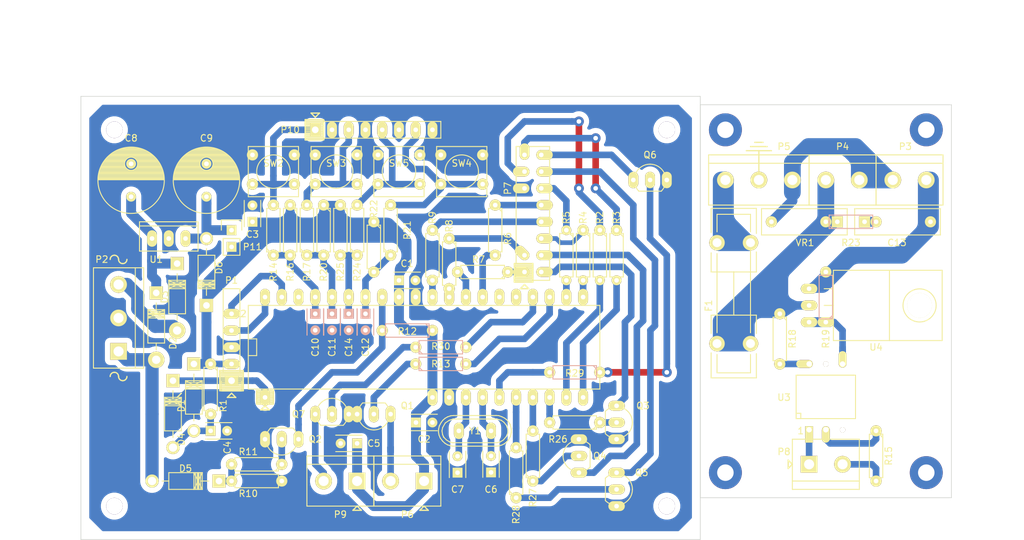
<source format=kicad_pcb>
(kicad_pcb (version 4) (host pcbnew "(after 2015-mar-04 BZR unknown)-product")
  (layers (0 F.Cu signal) (31 B.Cu signal) (34 B.Paste user) (35 F.Paste user) (36 B.SilkS user) (37 F.SilkS user) (38 B.Mask user) (39 F.Mask user) (44 Edge.Cuts user))
  (net 0 "")
  (net 1 VCC)
  (net 2 GND)
  (net 3 "Net-(C4-Pad1)")
  (net 4 "Net-(C8-Pad1)")
  (net 5 SUBIR)
  (net 6 BAJAR)
  (net 7 GPI1)
  (net 8 "Net-(C13-Pad1)")
  (net 9 "Net-(C13-Pad2)")
  (net 10 INICIAR/PARAR)
  (net 11 "Net-(D2-Pad1)")
  (net 12 "Net-(D3-Pad1)")
  (net 13 ~MCLR~/VPP)
  (net 14 "Net-(F1-Pad2)")
  (net 15 "Net-(F1-Pad1)")
  (net 16 PGD)
  (net 17 PGC)
  (net 18 "Net-(P3-Pad2)")
  (net 19 /F)
  (net 20 MINDKC)
  (net 21 /G)
  (net 22 MINUKC)
  (net 23 /C)
  (net 24 /DP)
  (net 25 /E)
  (net 26 /D)
  (net 27 /A)
  (net 28 SEGDKC)
  (net 29 /B)
  (net 30 SEGUKC)
  (net 31 "Net-(Q1-Pad2)")
  (net 32 CPZ)
  (net 33 "Net-(Q2-Pad2)")
  (net 34 "Net-(Q3-Pad2)")
  (net 35 "Net-(Q4-Pad2)")
  (net 36 "Net-(Q5-Pad2)")
  (net 37 "Net-(Q6-Pad2)")
  (net 38 /RD0)
  (net 39 /RD1)
  (net 40 /RD2)
  (net 41 /RD3)
  (net 42 /RD4)
  (net 43 /RD5)
  (net 44 /RD6)
  (net 45 /RD7)
  (net 46 "Net-(R18-Pad2)")
  (net 47 "Net-(R19-Pad1)")
  (net 48 MIND)
  (net 49 MINU)
  (net 50 SEGD)
  (net 51 SEGU)
  (net 52 "Net-(P8-Pad2)")
  (net 53 "Net-(P8-Pad1)")
  (net 54 "Net-(R15-Pad1)")
  (net 55 /Xtal-)
  (net 56 /Xtal+)
  (net 57 "Net-(Q7-Pad2)")
  (net 58 SALIDAOPTO0)
  (net 59 SALIDAOPTO1)
  (net 60 "Net-(P6-Pad2)")
  (net 61 "Net-(P9-Pad2)")
  (net 62 "Net-(D5-Pad2)")
  (net 63 "Net-(P10-Pad1)")
  (net 64 "Net-(P10-Pad5)")
  (net 65 "Net-(P10-Pad3)")
  (net 66 "Net-(P10-Pad7)")
  (net 67 Earth)
  (net 68 "Net-(U2-Pad25)")
  (net 69 "Net-(U2-Pad26)")
  (net 70 "Net-(U2-Pad38)")
  (net 71 "Net-(C9-Pad1)")
  (module Mounting_Holes:MountingHole_2-5mm (layer F.Cu) (at 168.91 67.31 180)
    (fp_text reference REF** hide)
    (fp_text value MountingHole_2-5mm hide)
    (pad 1 thru_hole circle (at 0 0 180) (size 5 5) (drill 2.5) (layers B.Cu))
  )
  (module Mounting_Holes:MountingHole_2-5mm (layer F.Cu) (at 199.39 67.31 180)
    (fp_text reference REF** hide)
    (fp_text value MountingHole_2-5mm hide)
    (pad 1 thru_hole circle (at 0 0 180) (size 5 5) (drill 2.5) (layers B.Cu))
  )
  (module Mounting_Holes:MountingHole_2-5mm (layer F.Cu) (at 168.91 119.38 180)
    (fp_text reference REF** hide)
    (fp_text value MountingHole_2-5mm hide)
    (pad 1 thru_hole circle (at 0 0 180) (size 5 5) (drill 2.5) (layers B.Cu))
  )
  (module Mounting_Holes:MountingHole_2-5mm (layer F.Cu) (at 160.02 124.46)
    (fp_text reference REF** hide)
    (fp_text value MountingHole_2-5mm hide)
    (pad 1 thru_hole circle (at 0 0) (size 2.5 2.5) (drill 2.5) (layers))
  )
  (module Mounting_Holes:MountingHole_2-5mm (layer F.Cu) (at 76.2 124.46)
    (fp_text reference REF** hide)
    (fp_text value MountingHole_2-5mm hide)
    (pad 1 thru_hole circle (at 0 0) (size 2.5 2.5) (drill 2.5) (layers))
  )
  (module Mounting_Holes:MountingHole_2-5mm (layer F.Cu) (at 76.2 67.31)
    (fp_text reference REF** hide)
    (fp_text value MountingHole_2-5mm hide)
    (pad 1 thru_hole circle (at 0 0) (size 2.5 2.5) (drill 2.5) (layers))
  )
  (module Mounting_Holes:MountingHole_2-5mm (layer F.Cu) (at 160.02 67.31)
    (fp_text reference REF** hide)
    (fp_text value MountingHole_2-5mm hide)
    (pad 1 thru_hole circle (at 0 0) (size 2.5 2.5) (drill 2.5) (layers))
  )
  (module Fuse_Holders_and_Fuses:Fuseholder5x20_horiz_open_lateral_Type-II (layer F.Cu) (at 170.18 92.11564 90)
    (fp_text reference F1 (at -1.905 -3.81 90) (layer F.SilkS))
    (fp_text value 3A)
    (pad 2 thru_hole circle (at 7.66064 -2.54 90) (size 2.3495 2.3495) (drill 1.34874) (layers *.Cu *.Mask F.SilkS) (net 14 "Net-(F1-Pad2)"))
    (pad 2 thru_hole circle (at 7.66064 2.54 90) (size 2.3495 2.3495) (drill 1.34874) (layers *.Cu *.Mask F.SilkS) (net 14 "Net-(F1-Pad2)"))
    (pad 1 thru_hole circle (at -7.66064 -2.54 90) (size 2.3495 2.3495) (drill 1.34874) (layers *.Cu *.Mask F.SilkS) (net 15 "Net-(F1-Pad1)"))
    (pad 1 thru_hole circle (at -7.66064 2.54 90) (size 2.3495 2.3495) (drill 1.34874) (layers *.Cu *.Mask F.SilkS) (net 15 "Net-(F1-Pad1)"))
  )
  (module Crystals:Crystal_HC50-U_Vertical (layer F.Cu) (at 130.90906 113.03 180)
    (fp_text reference Y1 (at 0 0 180) (layer F.SilkS))
    (fp_text value Crystal_Small hide)
    (pad 1 thru_hole oval (at -2.44094 0 180) (size 1.5 2.5) (drill 0.7) (layers *.Cu *.Mask F.SilkS) (net 55 /Xtal-))
    (pad 2 thru_hole oval (at 2.44094 0 180) (size 1.5 2.5) (drill 0.7) (layers *.Cu *.Mask F.SilkS) (net 56 /Xtal+))
  )
  (module Discret:R3 (layer F.Cu) (at 105.41 82.55 90)
    (fp_text reference R17 (at -6.35 0 90) (layer F.SilkS))
    (fp_text value 220)
    (pad 1 thru_hole circle (at -3.81 0 90) (size 1.7 1.7) (drill 0.7) (layers *.Cu *.Mask F.SilkS) (net 6 BAJAR))
    (pad 2 thru_hole circle (at 3.81 0 90) (size 1.7 1.7) (drill 0.7) (layers *.Cu *.Mask F.SilkS) (net 65 "Net-(P10-Pad3)"))
  )
  (module Discret:LM78XXV (layer F.Cu) (at 84.455 83.82 90)
    (fp_text reference U1 (at -3.175 -1.905 180) (layer F.SilkS))
    (fp_text value 7805)
    (pad VI thru_hole oval (at 0 -2.54 90) (size 2.5 1.5) (drill 0.7) (layers *.Cu *.Mask F.SilkS) (net 4 "Net-(C8-Pad1)"))
    (pad GND thru_hole oval (at 0 0 90) (size 2.5 1.5) (drill 0.7) (layers *.Cu *.Mask F.SilkS) (net 2 GND))
    (pad VO thru_hole oval (at 0 2.54 90) (size 2.5 1.5) (drill 0.7) (layers *.Cu *.Mask F.SilkS) (net 71 "Net-(C9-Pad1)"))
  )
  (module Housings_DIP:DIP-40__600 (layer F.Cu) (at 123.19 100.33)
    (fp_text reference U2 (at -27.94 -5.08) (layer F.SilkS))
    (fp_text value PIC16f871)
    (pad 1 thru_hole oval (at -24.13 7.62) (size 1.5 2.5) (drill 0.7) (layers *.Cu *.Mask F.SilkS) (net 13 ~MCLR~/VPP))
    (pad 11 thru_hole oval (at 1.27 7.62) (size 1.5 2.5) (drill 0.7) (layers *.Cu *.Mask F.SilkS) (net 1 VCC))
    (pad 12 thru_hole oval (at 3.81 7.62) (size 1.5 2.5) (drill 0.7) (layers *.Cu *.Mask F.SilkS) (net 2 GND))
    (pad 13 thru_hole oval (at 6.35 7.62) (size 1.5 2.5) (drill 0.7) (layers *.Cu *.Mask F.SilkS) (net 56 /Xtal+))
    (pad 14 thru_hole oval (at 8.89 7.62) (size 1.5 2.5) (drill 0.7) (layers *.Cu *.Mask F.SilkS) (net 55 /Xtal-))
    (pad 15 thru_hole oval (at 11.43 7.62) (size 1.5 2.5) (drill 0.7) (layers *.Cu *.Mask F.SilkS) (net 51 SEGU))
    (pad 16 thru_hole oval (at 13.97 7.62) (size 1.5 2.5) (drill 0.7) (layers *.Cu *.Mask F.SilkS) (net 50 SEGD))
    (pad 17 thru_hole oval (at 16.51 7.62) (size 1.5 2.5) (drill 0.7) (layers *.Cu *.Mask F.SilkS) (net 49 MINU))
    (pad 18 thru_hole oval (at 19.05 7.62) (size 1.5 2.5) (drill 0.7) (layers *.Cu *.Mask F.SilkS) (net 48 MIND))
    (pad 19 thru_hole oval (at 21.59 7.62) (size 1.5 2.5) (drill 0.7) (layers *.Cu *.Mask F.SilkS) (net 38 /RD0))
    (pad 20 thru_hole oval (at 24.13 7.62) (size 1.5 2.5) (drill 0.7) (layers *.Cu *.Mask F.SilkS) (net 39 /RD1))
    (pad 21 thru_hole oval (at 24.13 -7.62) (size 1.5 2.5) (drill 0.7) (layers *.Cu *.Mask F.SilkS) (net 40 /RD2))
    (pad 22 thru_hole oval (at 21.59 -7.62) (size 1.5 2.5) (drill 0.7) (layers *.Cu *.Mask F.SilkS) (net 41 /RD3))
    (pad 23 thru_hole oval (at 19.05 -7.62) (size 1.5 2.5) (drill 0.7) (layers *.Cu *.Mask F.SilkS) (net 58 SALIDAOPTO0))
    (pad 24 thru_hole oval (at 16.51 -7.62) (size 1.5 2.5) (drill 0.7) (layers *.Cu *.Mask F.SilkS) (net 59 SALIDAOPTO1))
    (pad 25 thru_hole oval (at 13.97 -7.62) (size 1.5 2.5) (drill 0.7) (layers *.Cu *.Mask F.SilkS) (net 68 "Net-(U2-Pad25)"))
    (pad 26 thru_hole oval (at 11.43 -7.62) (size 1.5 2.5) (drill 0.7) (layers *.Cu *.Mask F.SilkS) (net 69 "Net-(U2-Pad26)"))
    (pad 27 thru_hole oval (at 8.89 -7.62) (size 1.5 2.5) (drill 0.7) (layers *.Cu *.Mask F.SilkS) (net 42 /RD4))
    (pad 28 thru_hole oval (at 6.35 -7.62) (size 1.5 2.5) (drill 0.7) (layers *.Cu *.Mask F.SilkS) (net 43 /RD5))
    (pad 29 thru_hole oval (at 3.81 -7.62) (size 1.5 2.5) (drill 0.7) (layers *.Cu *.Mask F.SilkS) (net 44 /RD6))
    (pad 30 thru_hole oval (at 1.27 -7.62) (size 1.5 2.5) (drill 0.7) (layers *.Cu *.Mask F.SilkS) (net 45 /RD7))
    (pad 31 thru_hole oval (at -1.27 -7.62) (size 1.5 2.5) (drill 0.7) (layers *.Cu *.Mask F.SilkS) (net 2 GND))
    (pad 32 thru_hole oval (at -3.81 -7.62) (size 1.5 2.5) (drill 0.7) (layers *.Cu *.Mask F.SilkS) (net 1 VCC))
    (pad 33 thru_hole oval (at -6.35 -7.62) (size 1.5 2.5) (drill 0.7) (layers *.Cu *.Mask F.SilkS) (net 32 CPZ))
    (pad 34 thru_hole oval (at -8.89 -7.62) (size 1.5 2.5) (drill 0.7) (layers *.Cu *.Mask F.SilkS) (net 7 GPI1))
    (pad 35 thru_hole oval (at -11.43 -7.62) (size 1.5 2.5) (drill 0.7) (layers *.Cu *.Mask F.SilkS) (net 10 INICIAR/PARAR))
    (pad 36 thru_hole oval (at -13.97 -7.62) (size 1.5 2.5) (drill 0.7) (layers *.Cu *.Mask F.SilkS) (net 6 BAJAR))
    (pad 37 thru_hole oval (at -16.51 -7.62) (size 1.5 2.5) (drill 0.7) (layers *.Cu *.Mask F.SilkS) (net 5 SUBIR))
    (pad 38 thru_hole oval (at -19.05 -7.62) (size 1.5 2.5) (drill 0.7) (layers *.Cu *.Mask F.SilkS) (net 70 "Net-(U2-Pad38)"))
    (pad 39 thru_hole oval (at -21.59 -7.62) (size 1.5 2.5) (drill 0.7) (layers *.Cu *.Mask F.SilkS) (net 17 PGC))
    (pad 40 thru_hole oval (at -24.13 -7.62) (size 1.5 2.5) (drill 0.7) (layers *.Cu *.Mask F.SilkS) (net 16 PGD))
  )
  (module Discret:R3 (layer F.Cu) (at 139.7 116.84 90)
    (fp_text reference R27 (at -6.35 0 90) (layer F.SilkS))
    (fp_text value 10K)
    (pad 1 thru_hole circle (at -3.81 0 90) (size 1.7 1.7) (drill 0.7) (layers *.Cu *.Mask F.SilkS) (net 35 "Net-(Q4-Pad2)"))
    (pad 2 thru_hole circle (at 3.81 0 90) (size 1.7 1.7) (drill 0.7) (layers *.Cu *.Mask F.SilkS) (net 49 MINU))
  )
  (module Discret:R3 (layer F.Cu) (at 124.46 86.36 270)
    (fp_text reference R9 (at -5.715 0 270) (layer F.SilkS))
    (fp_text value 220)
    (pad 1 thru_hole circle (at -3.81 0 270) (size 1.7 1.7) (drill 0.7) (layers *.Cu *.Mask F.SilkS) (net 24 /DP))
    (pad 2 thru_hole circle (at 3.81 0 270) (size 1.7 1.7) (drill 0.7) (layers *.Cu *.Mask F.SilkS) (net 45 /RD7))
  )
  (module Housings_TO-92:TO-92_Inline_Wide (layer F.Cu) (at 146.685 119.38 90)
    (fp_text reference Q4 (at 2.54 3.175 360) (layer F.SilkS))
    (fp_text value BC548)
    (pad 2 thru_hole oval (at 2.54 0 90) (size 1.5 2.5) (drill 0.7) (layers *.Cu *.Mask F.SilkS) (net 35 "Net-(Q4-Pad2)"))
    (pad 3 thru_hole oval (at 5.08 0 90) (size 1.5 2.5) (drill 0.7) (layers *.Cu *.Mask F.SilkS) (net 2 GND))
    (pad 1 thru_hole oval (at 0 0 90) (size 1.5 2.5) (drill 0.7) (layers *.Cu *.Mask F.SilkS) (net 22 MINUKC))
  )
  (module Discret:R3 (layer F.Cu) (at 191.77 116.84 270)
    (fp_text reference R15 (at 0 -1.905 270) (layer F.SilkS))
    (fp_text value 100 hide)
    (pad 1 thru_hole circle (at -3.81 0 270) (size 1.7 1.7) (drill 0.7) (layers *.Cu *.Mask F.SilkS) (net 54 "Net-(R15-Pad1)"))
    (pad 2 thru_hole circle (at 3.81 0 270) (size 1.7 1.7) (drill 0.7) (layers *.Cu *.Mask F.SilkS) (net 52 "Net-(P8-Pad2)"))
  )
  (module Capacitors_ThroughHole:C_Rect_L4_W2.5_P2.5 (layer F.Cu) (at 119.38 90.17)
    (fp_text reference C1 (at 1.23 -2.54) (layer F.SilkS))
    (fp_text value 100nF)
    (pad 1 thru_hole rect (at 0 0) (size 1.5 1.5) (drill 0.7) (layers *.Cu *.Mask F.SilkS) (net 1 VCC))
    (pad 2 thru_hole circle (at 2.5 0) (size 1.5 1.5) (drill 0.7) (layers *.Cu *.Mask F.SilkS) (net 2 GND))
  )
  (module Capacitors_ThroughHole:C_Rect_L4_W2.5_P2.5 (layer F.Cu) (at 121.96 111.76)
    (fp_text reference C2 (at 1.23 2.54) (layer F.SilkS))
    (fp_text value 100nF)
    (pad 1 thru_hole rect (at 0 0) (size 1.5 1.5) (drill 0.7) (layers *.Cu *.Mask F.SilkS) (net 1 VCC))
    (pad 2 thru_hole circle (at 2.5 0) (size 1.5 1.5) (drill 0.7) (layers *.Cu *.Mask F.SilkS) (net 2 GND))
  )
  (module Capacitors_ThroughHole:C_Rect_L4_W2.5_P2.5 (layer F.Cu) (at 97.155 81.28 90)
    (fp_text reference C3 (at -1.905 0 180) (layer F.SilkS))
    (fp_text value 100nF)
    (pad 1 thru_hole rect (at 0 0 90) (size 1.5 1.5) (drill 0.7) (layers *.Cu *.Mask F.SilkS) (net 1 VCC))
    (pad 2 thru_hole circle (at 2.5 0 90) (size 1.5 1.5) (drill 0.7) (layers *.Cu *.Mask F.SilkS) (net 2 GND))
  )
  (module Capacitors_ThroughHole:C_Rect_L4_W2.5_P2.5 (layer F.Cu) (at 90.805 113.03)
    (fp_text reference C4 (at 2.54 2.54 90) (layer F.SilkS))
    (fp_text value 100nF)
    (pad 1 thru_hole rect (at 0 0) (size 1.5 1.5) (drill 0.7) (layers *.Cu *.Mask F.SilkS) (net 3 "Net-(C4-Pad1)"))
    (pad 2 thru_hole circle (at 2.5 0) (size 1.5 1.5) (drill 0.7) (layers *.Cu *.Mask F.SilkS) (net 2 GND))
  )
  (module Capacitors_ThroughHole:C_Rect_L4_W2.5_P2.5 (layer F.Cu) (at 113.03 114.935 180)
    (fp_text reference C5 (at -2.54 0 180) (layer F.SilkS))
    (fp_text value 100nF)
    (pad 1 thru_hole rect (at 0 0 180) (size 1.5 1.5) (drill 0.7) (layers *.Cu *.Mask F.SilkS) (net 1 VCC))
    (pad 2 thru_hole circle (at 2.5 0 180) (size 1.5 1.5) (drill 0.7) (layers *.Cu *.Mask F.SilkS) (net 2 GND))
  )
  (module Capacitors_ThroughHole:C_Rect_L4_W2.5_P2.5 (layer F.Cu) (at 133.35 119.34 90)
    (fp_text reference C6 (at -2.58 0 180) (layer F.SilkS))
    (fp_text value 20pF)
    (pad 1 thru_hole rect (at 0 0 90) (size 1.5 1.5) (drill 0.7) (layers *.Cu *.Mask F.SilkS) (net 2 GND))
    (pad 2 thru_hole circle (at 2.5 0 90) (size 1.5 1.5) (drill 0.7) (layers *.Cu *.Mask F.SilkS) (net 55 /Xtal-))
  )
  (module Capacitors_ThroughHole:C_Rect_L4_W2.5_P2.5 (layer F.Cu) (at 128.27 119.38 90)
    (fp_text reference C7 (at -2.54 0 180) (layer F.SilkS))
    (fp_text value 20pF)
    (pad 1 thru_hole rect (at 0 0 90) (size 1.5 1.5) (drill 0.7) (layers *.Cu *.Mask F.SilkS) (net 2 GND))
    (pad 2 thru_hole circle (at 2.5 0 90) (size 1.5 1.5) (drill 0.7) (layers *.Cu *.Mask F.SilkS) (net 56 /Xtal+))
  )
  (module Capacitors_ThroughHole:C_Radial_D10_L16_P5 (layer F.Cu) (at 78.74 77.47 90)
    (fp_text reference C8 (at 8.89 0 180) (layer F.SilkS))
    (fp_text value 1000uF)
    (pad 1 thru_hole circle (at 0 0 90) (size 1.5 1.5) (drill 0.7) (layers *.Cu *.Mask F.SilkS) (net 4 "Net-(C8-Pad1)"))
    (pad 2 thru_hole circle (at 5 0 90) (size 1.5 1.5) (drill 0.7) (layers *.Cu *.Mask F.SilkS) (net 2 GND))
  )
  (module Capacitors_ThroughHole:C_Radial_D10_L16_P5 (layer F.Cu) (at 90.17 77.47 90)
    (fp_text reference C9 (at 8.89 0 180) (layer F.SilkS))
    (fp_text value 1000uF)
    (pad 1 thru_hole circle (at 0 0 90) (size 1.5 1.5) (drill 0.7) (layers *.Cu *.Mask F.SilkS) (net 71 "Net-(C9-Pad1)"))
    (pad 2 thru_hole circle (at 5 0 90) (size 1.5 1.5) (drill 0.7) (layers *.Cu *.Mask F.SilkS) (net 2 GND))
  )
  (module Capacitors_ThroughHole:C_Rect_L4_W2.5_P2.5 (layer B.Cu) (at 106.68 95.25 270)
    (fp_text reference C10 (at 5.08 0 450) (layer F.SilkS))
    (fp_text value 100nF)
    (pad 1 thru_hole rect (at 0 0 270) (size 1.5 1.5) (drill 0.7) (layers *.Cu *.Mask B.SilkS) (net 5 SUBIR))
    (pad 2 thru_hole circle (at 2.5 0 270) (size 1.5 1.5) (drill 0.7) (layers *.Cu *.Mask B.SilkS) (net 2 GND))
  )
  (module Capacitors_ThroughHole:C_Rect_L4_W2.5_P2.5 (layer B.Cu) (at 109.22 95.25 270)
    (fp_text reference C11 (at 5.08 0 270) (layer F.SilkS))
    (fp_text value 100nF)
    (pad 1 thru_hole rect (at 0 0 270) (size 1.5 1.5) (drill 0.7) (layers *.Cu *.Mask B.SilkS) (net 6 BAJAR))
    (pad 2 thru_hole circle (at 2.5 0 270) (size 1.5 1.5) (drill 0.7) (layers *.Cu *.Mask B.SilkS) (net 2 GND))
  )
  (module Capacitors_ThroughHole:C_Rect_L4_W2.5_P2.5 (layer B.Cu) (at 114.3 95.25 270)
    (fp_text reference C12 (at 5.08 0 270) (layer F.SilkS))
    (fp_text value 100nF)
    (pad 1 thru_hole rect (at 0 0 270) (size 1.5 1.5) (drill 0.7) (layers *.Cu *.Mask B.SilkS) (net 7 GPI1))
    (pad 2 thru_hole circle (at 2.5 0 270) (size 1.5 1.5) (drill 0.7) (layers *.Cu *.Mask B.SilkS) (net 2 GND))
  )
  (module Capacitors_ThroughHole:C_Rect_L4_W2.5_P2.5 (layer B.Cu) (at 111.76 95.25 270)
    (fp_text reference C14 (at 5.08 0 270) (layer F.SilkS))
    (fp_text value 100nF)
    (pad 1 thru_hole rect (at 0 0 270) (size 1.5 1.5) (drill 0.7) (layers *.Cu *.Mask B.SilkS) (net 10 INICIAR/PARAR))
    (pad 2 thru_hole circle (at 2.5 0 270) (size 1.5 1.5) (drill 0.7) (layers *.Cu *.Mask B.SilkS) (net 2 GND))
  )
  (module Diodes_ThroughHole:Diode_DO-41_SOD81_Horizontal_RM10 (layer F.Cu) (at 88.265 107.95 90)
    (fp_text reference D1 (at -1.27 -1.905 90) (layer F.SilkS))
    (fp_text value 1n4148)
    (pad 1 thru_hole circle (at -5.08 0 90) (size 1.99898 1.99898) (drill 1.27) (layers *.Cu *.Mask F.SilkS) (net 3 "Net-(C4-Pad1)"))
    (pad 2 thru_hole rect (at 5.08 0 90) (size 1.99898 1.99898) (drill 1.00076) (layers *.Cu *.Mask F.SilkS) (net 1 VCC))
  )
  (module Diodes_ThroughHole:Diode_DO-41_SOD81_Horizontal_RM10 (layer F.Cu) (at 82.55 97.155 90)
    (fp_text reference D2 (at -2.54 2.54 90) (layer F.SilkS))
    (fp_text value 1N4007)
    (pad 1 thru_hole circle (at -5.08 0 90) (size 2.5 2.5) (drill 1.27) (layers *.Cu *.Mask F.SilkS) (net 11 "Net-(D2-Pad1)"))
    (pad 2 thru_hole rect (at 5.08 0 90) (size 1.99898 1.99898) (drill 1.00076) (layers *.Cu *.Mask F.SilkS) (net 4 "Net-(C8-Pad1)"))
  )
  (module Diodes_ThroughHole:Diode_DO-41_SOD81_Horizontal_RM10 (layer F.Cu) (at 85.725 92.71 90)
    (fp_text reference D3 (at 0 -1.905 90) (layer F.SilkS))
    (fp_text value 1N4007)
    (pad 1 thru_hole circle (at -5.08 0 90) (size 2.5 2.5) (drill 1.27) (layers *.Cu *.Mask F.SilkS) (net 12 "Net-(D3-Pad1)"))
    (pad 2 thru_hole rect (at 5.08 0 90) (size 1.99898 1.99898) (drill 1.00076) (layers *.Cu *.Mask F.SilkS) (net 4 "Net-(C8-Pad1)"))
  )
  (module Diodes_ThroughHole:Diode_DO-41_SOD81_Horizontal_RM10 (layer F.Cu) (at 85.09 110.49 90)
    (fp_text reference D4 (at -3.81 1.27 90) (layer F.SilkS))
    (fp_text value 1n4148)
    (pad 1 thru_hole circle (at -5.08 0 90) (size 1.99898 1.99898) (drill 1.27) (layers *.Cu *.Mask F.SilkS) (net 3 "Net-(C4-Pad1)"))
    (pad 2 thru_hole rect (at 5.08 0 90) (size 1.99898 1.99898) (drill 1.00076) (layers *.Cu *.Mask F.SilkS) (net 13 ~MCLR~/VPP))
  )
  (module Diodes_ThroughHole:Diode_DO-41_SOD81_Horizontal_RM10 (layer F.Cu) (at 86.995 120.65)
    (fp_text reference D5 (at 0 -1.905) (layer F.SilkS))
    (fp_text value D_Small)
    (pad 1 thru_hole circle (at -5.08 0) (size 1.99898 1.99898) (drill 1.27) (layers *.Cu *.Mask F.SilkS) (net 11 "Net-(D2-Pad1)"))
    (pad 2 thru_hole rect (at 5.08 0) (size 1.99898 1.99898) (drill 1.00076) (layers *.Cu *.Mask F.SilkS) (net 62 "Net-(D5-Pad2)"))
  )
  (module Pin_Headers:Pin_Header_Straight_1x06 (layer F.Cu) (at 93.98 105.41 180)
    (fp_text reference P1 (at 0 15.24 180) (layer F.SilkS))
    (fp_text value ICSP)
    (pad 1 thru_hole rect (at 0 0 180) (size 2 1.5) (drill 1.016) (layers *.Cu *.Mask F.SilkS) (net 13 ~MCLR~/VPP))
    (pad 2 thru_hole oval (at 0 2.54 270) (size 1.5 2.5) (drill 0.7) (layers *.Cu *.Mask F.SilkS) (net 1 VCC))
    (pad 3 thru_hole oval (at 0 5.08 270) (size 1.5 2.5) (drill 0.7) (layers *.Cu *.Mask F.SilkS) (net 2 GND))
    (pad 4 thru_hole oval (at 0 7.62 270) (size 1.5 2.5) (drill 0.7) (layers *.Cu *.Mask F.SilkS) (net 16 PGD))
    (pad 5 thru_hole oval (at 0 10.16 270) (size 1.5 2.5) (drill 0.7) (layers *.Cu *.Mask F.SilkS) (net 17 PGC))
  )
  (module Connect:bornier3 (layer F.Cu) (at 76.835 95.885 90)
    (fp_text reference P2 (at 8.89 -2.54 180) (layer F.SilkS))
    (fp_text value VAC12V)
    (pad 1 thru_hole rect (at -5.08 0 90) (size 2.54 2.54) (drill 1.524) (layers *.Cu *.Mask F.SilkS) (net 11 "Net-(D2-Pad1)"))
    (pad 2 thru_hole circle (at 0 0 90) (size 2.54 2.54) (drill 1.524) (layers *.Cu *.Mask F.SilkS) (net 2 GND))
    (pad 3 thru_hole circle (at 5.08 0 90) (size 2.54 2.54) (drill 1.524) (layers *.Cu *.Mask F.SilkS) (net 12 "Net-(D3-Pad1)"))
  )
  (module Connect:bornier2 (layer F.Cu) (at 196.85 74.93 180)
    (fp_text reference P3 (at 0.635 5.08 180) (layer F.SilkS))
    (fp_text value CARGA)
    (pad 1 thru_hole circle (at -2.54 0 180) (size 2.54 2.54) (drill 1.524) (layers *.Cu *.Mask F.SilkS) (net 9 "Net-(C13-Pad2)"))
    (pad 2 thru_hole circle (at 2.54 0 180) (size 2.54 2.54) (drill 1.524) (layers *.Cu *.Mask F.SilkS) (net 18 "Net-(P3-Pad2)"))
  )
  (module Connect:bornier2 (layer F.Cu) (at 186.69 74.93 180)
    (fp_text reference P4 (at 0 5.08 180) (layer F.SilkS))
    (fp_text value TRANSF)
    (pad 1 thru_hole circle (at -2.54 0 180) (size 2.54 2.54) (drill 1.524) (layers *.Cu *.Mask F.SilkS) (net 18 "Net-(P3-Pad2)"))
    (pad 2 thru_hole circle (at 2.54 0 180) (size 2.54 2.54) (drill 1.524) (layers *.Cu *.Mask F.SilkS) (net 15 "Net-(F1-Pad1)"))
  )
  (module Connect:bornier3 (layer F.Cu) (at 173.99 74.93 180)
    (fp_text reference P5 (at -3.81 5.08 180) (layer F.SilkS))
    (fp_text value VAC)
    (pad 1 thru_hole circle (at -5.08 0 180) (size 2.54 2.54) (drill 1.524) (layers *.Cu *.Mask F.SilkS) (net 18 "Net-(P3-Pad2)"))
    (pad 2 thru_hole circle (at 0 0 180) (size 2.54 2.54) (drill 1.524) (layers *.Cu *.Mask F.SilkS) (net 67 Earth))
    (pad 3 thru_hole circle (at 5.08 0 180) (size 2.54 2.54) (drill 1.524) (layers *.Cu *.Mask F.SilkS) (net 14 "Net-(F1-Pad2)"))
  )
  (module Discret:R3 (layer F.Cu) (at 90.805 106.68 270)
    (fp_text reference R1 (at 2.54 -1.905 270) (layer F.SilkS))
    (fp_text value 10k)
    (pad 1 thru_hole circle (at -3.81 0 270) (size 1.7 1.7) (drill 0.7) (layers *.Cu *.Mask F.SilkS) (net 1 VCC))
    (pad 2 thru_hole circle (at 3.81 0 270) (size 1.7 1.7) (drill 0.7) (layers *.Cu *.Mask F.SilkS) (net 3 "Net-(C4-Pad1)"))
  )
  (module Discret:R3 (layer F.Cu) (at 149.86 86.36 270)
    (fp_text reference R2 (at -5.715 0 270) (layer F.SilkS))
    (fp_text value 220)
    (pad 1 thru_hole circle (at -3.81 0 270) (size 1.7 1.7) (drill 0.7) (layers *.Cu *.Mask F.SilkS) (net 27 /A))
    (pad 2 thru_hole circle (at 3.81 0 270) (size 1.5 1.5) (drill 0.7) (layers *.Cu *.Mask F.SilkS) (net 38 /RD0))
  )
  (module Discret:R3 (layer F.Cu) (at 152.4 86.36 270)
    (fp_text reference R3 (at -5.715 0 270) (layer F.SilkS))
    (fp_text value 220)
    (pad 1 thru_hole circle (at -3.81 0 270) (size 1.7 1.7) (drill 0.7) (layers *.Cu *.Mask F.SilkS) (net 29 /B))
    (pad 2 thru_hole circle (at 3.81 0 270) (size 1.5 1.5) (drill 0.7) (layers *.Cu *.Mask F.SilkS) (net 39 /RD1))
  )
  (module Discret:R3 (layer F.Cu) (at 147.32 86.36 270)
    (fp_text reference R4 (at -5.715 0 270) (layer F.SilkS))
    (fp_text value 220)
    (pad 1 thru_hole circle (at -3.81 0 270) (size 1.7 1.7) (drill 0.7) (layers *.Cu *.Mask F.SilkS) (net 23 /C))
    (pad 2 thru_hole circle (at 3.81 0 270) (size 1.5 1.5) (drill 0.7) (layers *.Cu *.Mask F.SilkS) (net 40 /RD2))
  )
  (module Discret:R3 (layer F.Cu) (at 144.78 86.36 270)
    (fp_text reference R5 (at -5.715 0 270) (layer F.SilkS))
    (fp_text value 220)
    (pad 1 thru_hole circle (at -3.81 0 270) (size 1.5 1.5) (drill 0.7) (layers *.Cu *.Mask F.SilkS) (net 26 /D))
    (pad 2 thru_hole circle (at 3.81 0 270) (size 1.5 1.5) (drill 0.7) (layers *.Cu *.Mask F.SilkS) (net 41 /RD3))
  )
  (module Discret:R3 (layer F.Cu) (at 133.985 82.55 270)
    (fp_text reference R6 (at 1.27 -1.905 270) (layer F.SilkS))
    (fp_text value 220)
    (pad 1 thru_hole circle (at -3.81 0 270) (size 1.7 1.7) (drill 0.7) (layers *.Cu *.Mask F.SilkS) (net 25 /E))
    (pad 2 thru_hole circle (at 3.81 0 270) (size 1.7 1.7) (drill 0.7) (layers *.Cu *.Mask F.SilkS) (net 42 /RD4))
  )
  (module Discret:R3 (layer F.Cu) (at 132.08 88.9 180)
    (fp_text reference R7 (at 0.635 1.905 180) (layer F.SilkS))
    (fp_text value 220)
    (pad 1 thru_hole circle (at -3.81 0 180) (size 1.7 1.7) (drill 0.7) (layers *.Cu *.Mask F.SilkS) (net 19 /F))
    (pad 2 thru_hole circle (at 3.81 0 180) (size 1.7 1.7) (drill 0.7) (layers *.Cu *.Mask F.SilkS) (net 43 /RD5))
  )
  (module Discret:R3 (layer F.Cu) (at 127 87.63 270)
    (fp_text reference R8 (at -5.715 0 270) (layer F.SilkS))
    (fp_text value 220)
    (pad 1 thru_hole circle (at -3.81 0 270) (size 1.7 1.7) (drill 0.7) (layers *.Cu *.Mask F.SilkS) (net 21 /G))
    (pad 2 thru_hole circle (at 3.81 0 270) (size 1.7 1.7) (drill 0.7) (layers *.Cu *.Mask F.SilkS) (net 44 /RD6))
  )
  (module Discret:R3 (layer F.Cu) (at 97.79 120.65)
    (fp_text reference R10 (at -1.27 1.905) (layer F.SilkS))
    (fp_text value 1K)
    (pad 1 thru_hole circle (at -3.81 0) (size 1.7 1.7) (drill 0.7) (layers *.Cu *.Mask F.SilkS) (net 62 "Net-(D5-Pad2)"))
    (pad 2 thru_hole circle (at 3.81 0) (size 1.7 1.7) (drill 0.7) (layers *.Cu *.Mask F.SilkS) (net 2 GND))
  )
  (module Discret:R3 (layer F.Cu) (at 97.79 118.11 180)
    (fp_text reference R11 (at 1.27 1.905 180) (layer F.SilkS))
    (fp_text value 10K)
    (pad 1 thru_hole circle (at -3.81 0 180) (size 1.7 1.7) (drill 0.7) (layers *.Cu *.Mask F.SilkS) (net 33 "Net-(Q2-Pad2)"))
    (pad 2 thru_hole circle (at 3.81 0 180) (size 1.7 1.7) (drill 0.7) (layers *.Cu *.Mask F.SilkS) (net 62 "Net-(D5-Pad2)"))
  )
  (module Discret:R3 (layer B.Cu) (at 120.65 97.79 180)
    (fp_text reference R12 (at 0 -0.127 180) (layer F.SilkS))
    (fp_text value 1K)
    (pad 1 thru_hole circle (at -3.81 0 180) (size 1.7 1.7) (drill 0.7) (layers *.Cu *.Mask F.SilkS) (net 1 VCC))
    (pad 2 thru_hole circle (at 3.81 0 180) (size 1.7 1.7) (drill 0.7) (layers *.Cu *.Mask F.SilkS) (net 32 CPZ))
  )
  (module Discret:R3 (layer B.Cu) (at 125.73 102.87)
    (fp_text reference R13 (at 0 0) (layer F.SilkS))
    (fp_text value 1K)
    (pad 1 thru_hole circle (at -3.81 0) (size 1.7 1.7) (drill 0.7) (layers *.Cu *.Mask F.SilkS) (net 31 "Net-(Q1-Pad2)"))
    (pad 2 thru_hole circle (at 3.81 0) (size 1.7 1.7) (drill 0.7) (layers *.Cu *.Mask F.SilkS) (net 58 SALIDAOPTO0))
  )
  (module Discret:R3 (layer F.Cu) (at 100.33 82.55 90)
    (fp_text reference R14 (at -6.35 0 90) (layer F.SilkS))
    (fp_text value 220)
    (pad 1 thru_hole circle (at -3.81 0 90) (size 1.7 1.7) (drill 0.7) (layers *.Cu *.Mask F.SilkS) (net 5 SUBIR))
    (pad 2 thru_hole circle (at 3.81 0 90) (size 1.7 1.7) (drill 0.7) (layers *.Cu *.Mask F.SilkS) (net 63 "Net-(P10-Pad1)"))
  )
  (module Discret:R3 (layer F.Cu) (at 102.87 82.55 270)
    (fp_text reference R16 (at 6.35 0 270) (layer F.SilkS))
    (fp_text value 10K)
    (pad 1 thru_hole circle (at -3.81 0 270) (size 1.7 1.7) (drill 0.7) (layers *.Cu *.Mask F.SilkS) (net 1 VCC))
    (pad 2 thru_hole circle (at 3.81 0 270) (size 1.7 1.7) (drill 0.7) (layers *.Cu *.Mask F.SilkS) (net 5 SUBIR))
  )
  (module Discret:R3 (layer F.Cu) (at 177.165 99.06 270)
    (fp_text reference R18 (at 0 -1.905 270) (layer F.SilkS))
    (fp_text value 330 hide)
    (pad 1 thru_hole circle (at -3.81 0 270) (size 1.7 1.7) (drill 0.7) (layers *.Cu *.Mask F.SilkS) (net 15 "Net-(F1-Pad1)"))
    (pad 2 thru_hole circle (at 3.81 0 270) (size 1.7 1.7) (drill 0.7) (layers *.Cu *.Mask F.SilkS) (net 46 "Net-(R18-Pad2)"))
  )
  (module Discret:R3 (layer B.Cu) (at 184.15 92.71 90)
    (fp_text reference R19 (at -6.35 0 90) (layer F.SilkS))
    (fp_text value 1k hide)
    (pad 1 thru_hole oval (at -3.81 0 90) (size 1.5 2.5) (drill 0.7) (layers *.Cu *.Mask F.SilkS) (net 47 "Net-(R19-Pad1)"))
    (pad 2 thru_hole circle (at 3.81 0 90) (size 1.7 1.7) (drill 0.7) (layers *.Cu *.Mask F.SilkS) (net 9 "Net-(C13-Pad2)"))
  )
  (module Discret:R3 (layer F.Cu) (at 107.95 82.55 270)
    (fp_text reference R20 (at 6.35 0 270) (layer F.SilkS))
    (fp_text value 10K)
    (pad 1 thru_hole circle (at -3.81 0 270) (size 1.7 1.7) (drill 0.7) (layers *.Cu *.Mask F.SilkS) (net 1 VCC))
    (pad 2 thru_hole circle (at 3.81 0 270) (size 1.7 1.7) (drill 0.7) (layers *.Cu *.Mask F.SilkS) (net 6 BAJAR))
  )
  (module Discret:R3 (layer F.Cu) (at 118.11 82.55 90)
    (fp_text reference R21 (at 0 2.54 90) (layer F.SilkS))
    (fp_text value 220)
    (pad 1 thru_hole circle (at -3.81 0 90) (size 1.7 1.7) (drill 0.7) (layers *.Cu *.Mask F.SilkS) (net 7 GPI1))
    (pad 2 thru_hole circle (at 3.81 0 90) (size 1.7 1.7) (drill 0.7) (layers *.Cu *.Mask F.SilkS) (net 66 "Net-(P10-Pad7)"))
  )
  (module Discret:R3 (layer F.Cu) (at 115.57 85.09 270)
    (fp_text reference R22 (at -5.715 0 270) (layer F.SilkS))
    (fp_text value 10K)
    (pad 1 thru_hole circle (at -3.81 0 270) (size 1.7 1.7) (drill 0.7) (layers *.Cu *.Mask F.SilkS) (net 1 VCC))
    (pad 2 thru_hole circle (at 3.81 0 270) (size 1.7 1.7) (drill 0.7) (layers *.Cu *.Mask F.SilkS) (net 7 GPI1))
  )
  (module Discret:R3 (layer B.Cu) (at 187.96 81.28)
    (fp_text reference R23 (at 0 3.175) (layer F.SilkS))
    (fp_text value 39 hide)
    (pad 1 thru_hole circle (at -3.81 0) (size 1.7 1.7) (drill 0.7) (layers *.Cu *.Mask F.SilkS) (net 15 "Net-(F1-Pad1)"))
    (pad 2 thru_hole circle (at 3.81 0) (size 1.7 1.7) (drill 0.7) (layers *.Cu *.Mask F.SilkS) (net 8 "Net-(C13-Pad1)"))
  )
  (module Discret:R3 (layer F.Cu) (at 113.03 82.55 90)
    (fp_text reference R24 (at -6.35 0 90) (layer F.SilkS))
    (fp_text value 220)
    (pad 1 thru_hole circle (at -3.81 0 90) (size 1.7 1.7) (drill 0.7) (layers *.Cu *.Mask F.SilkS) (net 10 INICIAR/PARAR))
    (pad 2 thru_hole circle (at 3.81 0 90) (size 1.7 1.7) (drill 0.7) (layers *.Cu *.Mask F.SilkS) (net 64 "Net-(P10-Pad5)"))
  )
  (module Discret:R3 (layer F.Cu) (at 110.49 82.55 270)
    (fp_text reference R25 (at 6.35 0 270) (layer F.SilkS))
    (fp_text value 10K)
    (pad 1 thru_hole circle (at -3.81 0 270) (size 1.7 1.7) (drill 0.7) (layers *.Cu *.Mask F.SilkS) (net 1 VCC))
    (pad 2 thru_hole circle (at 3.81 0 270) (size 1.7 1.7) (drill 0.7) (layers *.Cu *.Mask F.SilkS) (net 10 INICIAR/PARAR))
  )
  (module Discret:R3 (layer F.Cu) (at 146.05 111.76 180)
    (fp_text reference R26 (at 2.54 -2.54 180) (layer F.SilkS))
    (fp_text value 10K)
    (pad 1 thru_hole circle (at -3.81 0 180) (size 1.7 1.7) (drill 0.7) (layers *.Cu *.Mask F.SilkS) (net 34 "Net-(Q3-Pad2)"))
    (pad 2 thru_hole circle (at 3.81 0 180) (size 1.7 1.7) (drill 0.7) (layers *.Cu *.Mask F.SilkS) (net 48 MIND))
  )
  (module Discret:R3 (layer F.Cu) (at 137.16 119.38 90)
    (fp_text reference R28 (at -6.35 0 90) (layer F.SilkS))
    (fp_text value 10K)
    (pad 1 thru_hole circle (at -3.81 0 90) (size 1.7 1.7) (drill 0.7) (layers *.Cu *.Mask F.SilkS) (net 36 "Net-(Q5-Pad2)"))
    (pad 2 thru_hole circle (at 3.81 0 90) (size 1.7 1.7) (drill 0.7) (layers *.Cu *.Mask F.SilkS) (net 50 SEGD))
  )
  (module Discret:R3 (layer B.Cu) (at 146.05 104.14 180)
    (fp_text reference R29 (at 0 -0.127 180) (layer F.SilkS))
    (fp_text value 10K)
    (pad 1 thru_hole circle (at -3.81 0 180) (size 1.7 1.7) (drill 0.7) (layers *.Cu *.Mask F.SilkS) (net 37 "Net-(Q6-Pad2)"))
    (pad 2 thru_hole circle (at 3.81 0 180) (size 1.7 1.7) (drill 0.7) (layers *.Cu *.Mask F.SilkS) (net 51 SEGU))
  )
  (module Buttons_Switches_ThroughHole:SW_PUSH_SMALL (layer F.Cu) (at 100.33 73.66)
    (fp_text reference SW2 (at 0 -1.27) (layer F.SilkS))
    (fp_text value SUBIR)
    (pad 1 thru_hole circle (at 3.175 -2.54) (size 1.7 1.7) (drill 0.7) (layers *.Cu *.Mask F.SilkS) (net 2 GND))
    (pad 2 thru_hole circle (at 3.175 1.905) (size 1.7 1.7) (drill 0.7) (layers *.Cu *.Mask F.SilkS) (net 63 "Net-(P10-Pad1)"))
    (pad 1 thru_hole circle (at -3.175 -2.54) (size 1.7 1.7) (drill 0.7) (layers *.Cu *.Mask F.SilkS) (net 2 GND))
    (pad 2 thru_hole circle (at -3.175 1.905) (size 1.7 1.7) (drill 0.7) (layers *.Cu *.Mask F.SilkS) (net 63 "Net-(P10-Pad1)"))
  )
  (module Buttons_Switches_ThroughHole:SW_PUSH_SMALL (layer F.Cu) (at 109.855 73.66)
    (fp_text reference SW3 (at 0 -1.27) (layer F.SilkS))
    (fp_text value BAJAR)
    (pad 1 thru_hole circle (at 3.175 -2.54) (size 1.7 1.7) (drill 0.7) (layers *.Cu *.Mask F.SilkS) (net 2 GND))
    (pad 2 thru_hole circle (at 3.175 1.905) (size 1.7 1.7) (drill 0.7) (layers *.Cu *.Mask F.SilkS) (net 65 "Net-(P10-Pad3)"))
    (pad 1 thru_hole circle (at -3.175 -2.54) (size 1.7 1.7) (drill 0.7) (layers *.Cu *.Mask F.SilkS) (net 2 GND))
    (pad 2 thru_hole circle (at -3.175 1.905) (size 1.7 1.7) (drill 0.7) (layers *.Cu *.Mask F.SilkS) (net 65 "Net-(P10-Pad3)"))
  )
  (module Buttons_Switches_ThroughHole:SW_PUSH_SMALL (layer F.Cu) (at 128.905 73.66)
    (fp_text reference SW4 (at 0 -1.27) (layer F.SilkS))
    (fp_text value GPI1)
    (pad 1 thru_hole circle (at 3.175 -2.54) (size 1.7 1.7) (drill 0.7) (layers *.Cu *.Mask F.SilkS) (net 2 GND))
    (pad 2 thru_hole circle (at 3.175 1.905) (size 1.7 1.7) (drill 0.7) (layers *.Cu *.Mask F.SilkS) (net 66 "Net-(P10-Pad7)"))
    (pad 1 thru_hole circle (at -3.175 -2.54) (size 1.7 1.7) (drill 0.7) (layers *.Cu *.Mask F.SilkS) (net 2 GND))
    (pad 2 thru_hole circle (at -3.175 1.905) (size 1.7 1.7) (drill 0.7) (layers *.Cu *.Mask F.SilkS) (net 66 "Net-(P10-Pad7)"))
  )
  (module Buttons_Switches_ThroughHole:SW_PUSH_SMALL (layer F.Cu) (at 119.38 73.66)
    (fp_text reference SW5 (at 0 -1.27) (layer F.SilkS))
    (fp_text value INICIAR/PARAR)
    (pad 1 thru_hole circle (at 3.175 -2.54) (size 1.7 1.7) (drill 0.7) (layers *.Cu *.Mask F.SilkS) (net 2 GND))
    (pad 2 thru_hole circle (at 3.175 1.905) (size 1.7 1.7) (drill 0.7) (layers *.Cu *.Mask F.SilkS) (net 64 "Net-(P10-Pad5)"))
    (pad 1 thru_hole circle (at -3.175 -2.54) (size 1.7 1.7) (drill 0.7) (layers *.Cu *.Mask F.SilkS) (net 2 GND))
    (pad 2 thru_hole circle (at -3.175 1.905) (size 1.7 1.7) (drill 0.7) (layers *.Cu *.Mask F.SilkS) (net 64 "Net-(P10-Pad5)"))
  )
  (module Opto-Devices:Optocoupler_6pin_wide_Stile-I (layer F.Cu) (at 184.15 107.86872)
    (fp_text reference U3 (at -6.35 0.08128) (layer F.SilkS))
    (fp_text value MOC3031M hide)
    (fp_text user 1 (at -3.81 5.16128) (layer F.SilkS))
    (pad 1 thru_hole rect (at -2.54 5.00126) (size 1.19888 2.49936) (drill 0.8001 (offset 0 0.70104)) (layers *.Cu *.Mask F.SilkS) (net 53 "Net-(P8-Pad1)"))
    (pad 2 thru_hole oval (at 0 5.00126) (size 1.19888 2.49936) (drill 0.8001 (offset 0 0.70104)) (layers *.Cu *.Mask F.SilkS) (net 54 "Net-(R15-Pad1)"))
    (pad 3 thru_hole circle (at 2.54 5.00126) (size 0.8 0.8) (drill 0.8) (layers *.Cu *.Mask F.SilkS))
    (pad 4 thru_hole oval (at 2.54 -4.99872) (size 1.19888 2.49936) (drill 0.8001 (offset 0 -0.70104)) (layers *.Cu *.Mask F.SilkS) (net 47 "Net-(R19-Pad1)"))
    (pad 5 thru_hole circle (at 0 -4.99872) (size 0.8 0.8) (drill 0.8) (layers *.Cu *.Mask F.SilkS))
    (pad 6 thru_hole oval (at -2.54 -4.99872 90) (size 1.19888 2.49936) (drill 0.8001 (offset 0 -0.70104)) (layers *.Cu *.Mask F.SilkS) (net 46 "Net-(R18-Pad2)"))
  )
  (module Housings_TO-92:TO-92_Inline_Wide (layer F.Cu) (at 118.11 110.49 180)
    (fp_text reference Q1 (at -2.54 1.27 360) (layer F.SilkS))
    (fp_text value BC548)
    (pad 2 thru_hole oval (at 2.54 0 180) (size 1.5 2.5) (drill 0.7) (layers *.Cu *.Mask F.SilkS) (net 31 "Net-(Q1-Pad2)"))
    (pad 3 thru_hole oval (at 5.08 0 180) (size 1.5 2.5) (drill 0.7) (layers *.Cu *.Mask F.SilkS) (net 2 GND))
    (pad 1 thru_hole oval (at 0 0 180) (size 1.5 2.5) (drill 0.7) (layers *.Cu *.Mask F.SilkS) (net 60 "Net-(P6-Pad2)"))
  )
  (module Housings_TO-92:TO-92_Inline_Wide (layer F.Cu) (at 104.14 114.3 180)
    (fp_text reference Q2 (at -2.54 0 360) (layer F.SilkS))
    (fp_text value BC548)
    (pad 2 thru_hole oval (at 2.54 0 180) (size 1.5 2.5) (drill 0.7) (layers *.Cu *.Mask F.SilkS) (net 33 "Net-(Q2-Pad2)"))
    (pad 3 thru_hole oval (at 5.08 0 180) (size 1.5 2.5) (drill 0.7) (layers *.Cu *.Mask F.SilkS) (net 2 GND))
    (pad 1 thru_hole oval (at 0 0 180) (size 1.5 2.5) (drill 0.7) (layers *.Cu *.Mask F.SilkS) (net 32 CPZ))
  )
  (module Housings_TO-92:TO-92_Inline_Wide (layer F.Cu) (at 152.4 109.22 270)
    (fp_text reference Q3 (at 0 -4 540) (layer F.SilkS))
    (fp_text value BC548)
    (pad 2 thru_hole oval (at 2.54 0 270) (size 1.5 2.5) (drill 0.7) (layers *.Cu *.Mask F.SilkS) (net 34 "Net-(Q3-Pad2)"))
    (pad 3 thru_hole oval (at 5.08 0 270) (size 1.5 2.5) (drill 0.7) (layers *.Cu *.Mask F.SilkS) (net 2 GND))
    (pad 1 thru_hole oval (at 0 0 270) (size 1.5 2.5) (drill 0.7) (layers *.Cu *.Mask F.SilkS) (net 20 MINDKC))
  )
  (module Housings_TO-92:TO-92_Inline_Wide (layer F.Cu) (at 152.4 119.38 270)
    (fp_text reference Q5 (at 0 -3.81 540) (layer F.SilkS))
    (fp_text value BC548)
    (pad 2 thru_hole oval (at 2.54 0 270) (size 1.5 2.5) (drill 0.7) (layers *.Cu *.Mask F.SilkS) (net 36 "Net-(Q5-Pad2)"))
    (pad 3 thru_hole oval (at 5.08 0 270) (size 1.5 2.5) (drill 0.7) (layers *.Cu *.Mask F.SilkS) (net 2 GND))
    (pad 1 thru_hole oval (at 0 0 270) (size 1.5 2.5) (drill 0.7) (layers *.Cu *.Mask F.SilkS) (net 28 SEGDKC))
  )
  (module Housings_TO-92:TO-92_Inline_Wide (layer F.Cu) (at 154.94 74.93)
    (fp_text reference Q6 (at 2.54 -3.81 180) (layer F.SilkS))
    (fp_text value BC548)
    (pad 2 thru_hole oval (at 2.54 0) (size 1.5 2.5) (drill 0.7) (layers *.Cu *.Mask F.SilkS) (net 37 "Net-(Q6-Pad2)"))
    (pad 3 thru_hole oval (at 5.08 0) (size 1.5 2.5) (drill 0.7) (layers *.Cu *.Mask F.SilkS) (net 2 GND))
    (pad 1 thru_hole oval (at 0 0) (size 1.5 2.5) (drill 0.7) (layers *.Cu *.Mask F.SilkS) (net 30 SEGUKC))
  )
  (module Connect:bornier2 (layer F.Cu) (at 120.65 120.65 180)
    (fp_text reference P6 (at 0 -5.08 180) (layer F.SilkS))
    (fp_text value OPTO)
    (pad 1 thru_hole rect (at -2.54 0 180) (size 2.54 2.54) (drill 1.524) (layers *.Cu *.Mask F.SilkS) (net 1 VCC))
    (pad 2 thru_hole circle (at 2.54 0 180) (size 2.54 2.54) (drill 1.524) (layers *.Cu *.Mask F.SilkS) (net 60 "Net-(P6-Pad2)"))
  )
  (module Connect:bornier2 (layer F.Cu) (at 184.15 118.11)
    (fp_text reference P8 (at -6.35 -1.905) (layer F.SilkS))
    (fp_text value OPTO)
    (pad 1 thru_hole rect (at -2.54 0) (size 2.54 2.54) (drill 1.524) (layers *.Cu *.Mask F.SilkS) (net 53 "Net-(P8-Pad1)"))
    (pad 2 thru_hole circle (at 2.54 0) (size 2.54 2.54) (drill 1.524) (layers *.Cu *.Mask F.SilkS) (net 52 "Net-(P8-Pad2)"))
  )
  (module Connect:bornier2 (layer F.Cu) (at 110.49 120.65 180)
    (fp_text reference P9 (at 0 -5.08 180) (layer F.SilkS))
    (fp_text value OPTO)
    (pad 1 thru_hole rect (at -2.54 0 180) (size 2.54 2.54) (drill 1.524) (layers *.Cu *.Mask F.SilkS) (net 1 VCC))
    (pad 2 thru_hole circle (at 2.54 0 180) (size 2.54 2.54) (drill 1.524) (layers *.Cu *.Mask F.SilkS) (net 61 "Net-(P9-Pad2)"))
  )
  (module Housings_TO-92:TO-92_Inline_Wide (layer F.Cu) (at 106.68 110.49)
    (fp_text reference Q7 (at -2.54 0 180) (layer F.SilkS))
    (fp_text value BC548)
    (pad 2 thru_hole oval (at 2.54 0) (size 1.5 2.5) (drill 0.7) (layers *.Cu *.Mask F.SilkS) (net 57 "Net-(Q7-Pad2)"))
    (pad 3 thru_hole oval (at 5.08 0) (size 1.5 2.5) (drill 0.7) (layers *.Cu *.Mask F.SilkS) (net 2 GND))
    (pad 1 thru_hole oval (at 0 0) (size 1.5 2.5) (drill 0.7) (layers *.Cu *.Mask F.SilkS) (net 61 "Net-(P9-Pad2)"))
  )
  (module Discret:R3 (layer B.Cu) (at 125.73 100.33)
    (fp_text reference R30 (at 0 -0.127) (layer F.SilkS))
    (fp_text value 1K)
    (pad 1 thru_hole circle (at -3.81 0) (size 1.7 1.7) (drill 0.7) (layers *.Cu *.Mask F.SilkS) (net 57 "Net-(Q7-Pad2)"))
    (pad 2 thru_hole circle (at 3.81 0) (size 1.7 1.7) (drill 0.7) (layers *.Cu *.Mask F.SilkS) (net 59 SALIDAOPTO1))
  )
  (module Diodes_ThroughHole:Diode_DO-41_SOD81_Horizontal_RM10 (layer F.Cu) (at 90.17 88.9 270)
    (fp_text reference D6 (at -0.635 -1.905 270) (layer F.SilkS))
    (fp_text value 1N4007)
    (pad 1 thru_hole circle (at -5.08 0 270) (size 1.99898 1.99898) (drill 1.27) (layers *.Cu *.Mask F.SilkS) (net 71 "Net-(C9-Pad1)"))
    (pad 2 thru_hole rect (at 5.08 0 270) (size 1.99898 1.99898) (drill 1.00076) (layers *.Cu *.Mask F.SilkS) (net 1 VCC))
  )
  (module Socket_Strips:Socket_Strip_Straight_1x08 (layer F.Cu) (at 106.68 67.31)
    (fp_text reference P10 (at -3.81 0) (layer F.SilkS))
    (fp_text value CONN_01X08)
    (pad 1 thru_hole rect (at 0 0) (size 1.5 2) (drill 1.016) (layers *.Cu *.Mask F.SilkS) (net 63 "Net-(P10-Pad1)"))
    (pad 2 thru_hole oval (at 2.54 0) (size 1.5 2.5) (drill 0.7) (layers *.Cu *.Mask F.SilkS) (net 2 GND))
    (pad 3 thru_hole oval (at 5.08 0) (size 1.5 2.5) (drill 0.7) (layers *.Cu *.Mask F.SilkS) (net 65 "Net-(P10-Pad3)"))
    (pad 4 thru_hole oval (at 7.62 0) (size 1.5 2.5) (drill 0.7) (layers *.Cu *.Mask F.SilkS) (net 2 GND))
    (pad 5 thru_hole oval (at 10.16 0) (size 1.5 2.5) (drill 0.7) (layers *.Cu *.Mask F.SilkS) (net 64 "Net-(P10-Pad5)"))
    (pad 6 thru_hole oval (at 12.7 0) (size 1.5 2.5) (drill 0.7) (layers *.Cu *.Mask F.SilkS) (net 2 GND))
    (pad 7 thru_hole oval (at 15.24 0) (size 1.5 2.5) (drill 0.7) (layers *.Cu *.Mask F.SilkS) (net 66 "Net-(P10-Pad7)"))
    (pad 8 thru_hole oval (at 17.78 0) (size 1.5 2.5) (drill 0.7) (layers *.Cu *.Mask F.SilkS) (net 2 GND))
  )
  (module Mounting_Holes:MountingHole_2-5mm (layer F.Cu) (at 199.39 119.38 180)
    (fp_text reference REF** hide)
    (fp_text value MountingHole_2-5mm hide)
    (pad 1 thru_hole circle (at 0 0 180) (size 5 5) (drill 2.5) (layers B.Cu))
  )
  (module Capacitors_ThroughHole:C_Rect_L13_W4_P10 (layer F.Cu) (at 190.025 81.28)
    (fp_text reference C13 (at 4.92 3.175) (layer F.SilkS))
    (fp_text value 10nF)
    (pad 1 thru_hole rect (at 0 0) (size 1.7 1.7) (drill 0.7) (layers *.Cu *.Mask F.SilkS) (net 8 "Net-(C13-Pad1)"))
    (pad 2 thru_hole circle (at 10 0) (size 1.7 1.7) (drill 0.7) (layers *.Cu *.Mask F.SilkS) (net 9 "Net-(C13-Pad2)"))
  )
  (module Capacitors_ThroughHole:C_Rect_L13_W4_P10 (layer F.Cu) (at 185.895 81.28 180)
    (fp_text reference VR1 (at 4.92 -3.175 180) (layer F.SilkS))
    (fp_text value S05K275)
    (pad 1 thru_hole rect (at 0 0 180) (size 1.7 1.7) (drill 0.7) (layers *.Cu *.Mask F.SilkS) (net 15 "Net-(F1-Pad1)"))
    (pad 2 thru_hole circle (at 10 0 180) (size 1.7 1.7) (drill 0.7) (layers *.Cu *.Mask F.SilkS) (net 18 "Net-(P3-Pad2)"))
  )
  (module Socket_Strips:Socket_Strip_Straight_2x08 (layer F.Cu) (at 138.43 88.9 90)
    (fp_text reference P7 (at 12.7 -2.54 90) (layer F.SilkS))
    (fp_text value CONN_02X08)
    (pad 1 thru_hole oval (at 0 0 270) (size 1.5 2.5) (drill 0.7 (offset 0 0.5)) (layers *.Cu *.Mask F.SilkS) (net 19 /F))
    (pad 2 thru_hole oval (at 0 2.54 90) (size 1.5 2.5) (drill 0.7 (offset 0 0.5)) (layers *.Cu *.Mask F.SilkS) (net 20 MINDKC))
    (pad 3 thru_hole oval (at 2.54 0 225) (size 1.5 2.5) (drill 0.7 (offset 0 0.5)) (layers *.Cu *.Mask F.SilkS) (net 21 /G))
    (pad 4 thru_hole oval (at 2.54 2.54 90) (size 1.5 2.5) (drill 0.7 (offset 0 0.5)) (layers *.Cu *.Mask F.SilkS) (net 22 MINUKC))
    (pad 6 thru_hole oval (at 5.08 2.54 90) (size 1.5 2.5) (drill 0.7 (offset 0 0.5)) (layers *.Cu *.Mask F.SilkS) (net 23 /C))
    (pad 8 thru_hole oval (at 7.62 2.54 90) (size 1.5 2.5) (drill 0.7 (offset 0 0.5)) (layers *.Cu *.Mask F.SilkS) (net 24 /DP))
    (pad 10 thru_hole oval (at 10.16 2.54 90) (size 1.5 2.5) (drill 0.7 (offset 0 0.5)) (layers *.Cu *.Mask F.SilkS) (net 25 /E))
    (pad 11 thru_hole oval (at 12.7 0 270) (size 1.5 2.5) (drill 0.7 (offset 0 0.5)) (layers *.Cu *.Mask F.SilkS) (net 2 GND))
    (pad 12 thru_hole oval (at 12.7 2.54 90) (size 1.5 2.5) (drill 0.7 (offset 0 0.5)) (layers *.Cu *.Mask F.SilkS) (net 26 /D))
    (pad 13 thru_hole oval (at 15.24 0 270) (size 1.5 2.5) (drill 0.7 (offset 0 0.5)) (layers *.Cu *.Mask F.SilkS) (net 27 /A))
    (pad 14 thru_hole oval (at 15.24 2.54 90) (size 1.5 2.5) (drill 0.7 (offset 0 0.5)) (layers *.Cu *.Mask F.SilkS) (net 28 SEGDKC))
    (pad 15 thru_hole oval (at 17.78 0 180) (size 1.5 2.5) (drill 0.7 (offset 0 0.5)) (layers *.Cu *.Mask F.SilkS) (net 29 /B))
    (pad 16 thru_hole oval (at 17.78 2.54 90) (size 1.5 2.5) (drill 0.7 (offset 0 0.5)) (layers *.Cu *.Mask F.SilkS) (net 30 SEGUKC))
  )
  (module Socket_Strips:Socket_Strip_Straight_1x02 (layer F.Cu) (at 93.98 82.55 270)
    (fp_text reference P11 (at 2.54 -3.175 360) (layer F.SilkS))
    (fp_text value PuenteVDC)
    (pad 1 thru_hole rect (at 0 0 270) (size 1.5 1.5) (drill 0.7) (layers *.Cu *.Mask F.SilkS) (net 71 "Net-(C9-Pad1)"))
    (pad 2 thru_hole rect (at 2.54 0 270) (size 1.5 1.5) (drill 0.7) (layers *.Cu *.Mask F.SilkS) (net 1 VCC))
  )
  (module Transistors_TO-220:TO-220_Neutral123_Horizontal_LargePads (layer F.Cu) (at 181.61 93.98 270)
    (fp_text reference U4 (at 6.35 -10.16 360) (layer F.SilkS))
    (fp_text value TRIAC)
    (pad 2 thru_hole oval (at 0 0 270) (size 1.5 2.5) (drill 0.7) (layers *.Cu *.Mask F.SilkS) (net 15 "Net-(F1-Pad1)"))
    (pad 1 thru_hole oval (at -2.54 0 270) (size 1.5 2.5) (drill 0.7) (layers *.Cu *.Mask F.SilkS) (net 9 "Net-(C13-Pad2)"))
    (pad 3 thru_hole oval (at 2.54 0 270) (size 1.5 2.5) (drill 0.7) (layers *.Cu *.Mask F.SilkS) (net 47 "Net-(R19-Pad1)"))
    (pad "" np_thru_hole circle (at 0 -16.764) (size 3.79984 3.79984) (drill 3.79984) (layers *.Cu *.Mask F.SilkS))
  )
  (gr_line (start 139.7 90.424) (end 136.906 90.424) (angle 90) (layer F.SilkS) (width 0.2))
  (gr_line (start 136.906 90.424) (end 136.906 87.63) (angle 90) (layer F.SilkS) (width 0.2))
  (gr_line (start 139.7 87.63) (end 139.7 90.424) (angle 90) (layer F.SilkS) (width 0.2))
  (gr_arc (start 77.47 104.775) (end 78.105 104.775) (angle 90) (layer F.SilkS) (width 0.2))
  (gr_arc (start 77.47 104.775) (end 77.47 105.41) (angle 90) (layer F.SilkS) (width 0.2))
  (gr_arc (start 76.2 104.775) (end 76.2 104.14) (angle 90) (layer F.SilkS) (width 0.2))
  (gr_arc (start 76.2 104.775) (end 75.565 104.775) (angle 90) (layer F.SilkS) (width 0.2))
  (gr_arc (start 77.47 86.995) (end 78.105 86.995) (angle 90) (layer F.SilkS) (width 0.2))
  (gr_arc (start 77.47 86.995) (end 77.47 87.63) (angle 90) (layer F.SilkS) (width 0.2))
  (gr_arc (start 76.2 86.995) (end 76.2 86.36) (angle 90) (layer F.SilkS) (width 0.2))
  (gr_arc (start 76.2 86.995) (end 75.565 86.995) (angle 90) (layer F.SilkS) (width 0.2))
  (gr_line (start 203.2 63.5) (end 203.2 123.19) (layer Edge.Cuts) (width 0.1))
  (gr_line (start 165.1 63.5) (end 203.2 63.5) (layer Edge.Cuts) (width 0.1))
  (gr_line (start 107.95 68.58) (end 105.156 68.58) (angle 90) (layer F.SilkS) (width 0.2))
  (gr_line (start 105.156 68.326) (end 107.95 68.326) (angle 90) (layer F.SilkS) (width 0.2))
  (gr_line (start 107.95 68.072) (end 105.156 68.072) (angle 90) (layer F.SilkS) (width 0.2))
  (gr_line (start 105.156 67.818) (end 107.95 67.818) (angle 90) (layer F.SilkS) (width 0.2))
  (gr_line (start 107.95 67.564) (end 105.156 67.564) (angle 90) (layer F.SilkS) (width 0.2))
  (gr_line (start 107.95 67.31) (end 107.95 67.564) (angle 90) (layer F.SilkS) (width 0.2))
  (gr_line (start 105.156 67.31) (end 107.95 67.31) (angle 90) (layer F.SilkS) (width 0.2))
  (gr_line (start 105.156 67.056) (end 105.156 67.31) (angle 90) (layer F.SilkS) (width 0.2))
  (gr_line (start 107.95 67.056) (end 105.156 67.056) (angle 90) (layer F.SilkS) (width 0.2))
  (gr_line (start 107.95 67.31) (end 107.95 67.056) (angle 90) (layer F.SilkS) (width 0.2))
  (gr_line (start 107.95 66.802) (end 107.95 67.31) (angle 90) (layer F.SilkS) (width 0.2))
  (gr_line (start 105.156 66.802) (end 107.95 66.802) (angle 90) (layer F.SilkS) (width 0.2))
  (gr_line (start 105.156 66.548) (end 105.156 66.802) (angle 90) (layer F.SilkS) (width 0.2))
  (gr_line (start 107.95 66.548) (end 105.156 66.548) (angle 90) (layer F.SilkS) (width 0.2))
  (gr_line (start 107.95 66.294) (end 107.95 66.548) (angle 90) (layer F.SilkS) (width 0.2))
  (gr_line (start 105.156 66.294) (end 107.95 66.294) (angle 90) (layer F.SilkS) (width 0.2))
  (gr_line (start 105.156 66.04) (end 105.156 66.294) (angle 90) (layer F.SilkS) (width 0.2))
  (gr_line (start 107.95 66.04) (end 105.156 66.04) (angle 90) (layer F.SilkS) (width 0.2))
  (gr_line (start 107.95 65.786) (end 107.95 66.04) (angle 90) (layer F.SilkS) (width 0.2))
  (gr_line (start 107.95 68.834) (end 107.95 65.786) (angle 90) (layer F.SilkS) (width 0.2))
  (gr_line (start 105.156 68.834) (end 107.95 68.834) (angle 90) (layer F.SilkS) (width 0.2))
  (gr_line (start 105.156 65.786) (end 105.156 68.834) (angle 90) (layer F.SilkS) (width 0.2))
  (gr_line (start 107.95 65.786) (end 105.156 65.786) (angle 90) (layer F.SilkS) (width 0.2))
  (gr_line (start 139.7 90.17) (end 136.906 90.17) (angle 90) (layer F.SilkS) (width 0.2))
  (gr_line (start 139.7 89.916) (end 139.7 90.17) (angle 90) (layer F.SilkS) (width 0.2))
  (gr_line (start 136.906 89.916) (end 139.7 89.916) (angle 90) (layer F.SilkS) (width 0.2))
  (gr_line (start 136.906 89.662) (end 136.906 89.916) (angle 90) (layer F.SilkS) (width 0.2))
  (gr_line (start 139.7 89.662) (end 136.906 89.662) (angle 90) (layer F.SilkS) (width 0.2))
  (gr_line (start 139.7 89.408) (end 139.7 89.662) (angle 90) (layer F.SilkS) (width 0.2))
  (gr_line (start 136.906 89.408) (end 139.7 89.408) (angle 90) (layer F.SilkS) (width 0.2))
  (gr_line (start 136.906 89.154) (end 136.906 89.408) (angle 90) (layer F.SilkS) (width 0.2))
  (gr_line (start 139.7 89.154) (end 136.906 89.154) (angle 90) (layer F.SilkS) (width 0.2))
  (gr_line (start 139.7 88.9) (end 139.7 89.154) (angle 90) (layer F.SilkS) (width 0.2))
  (gr_line (start 136.906 88.9) (end 139.7 88.9) (angle 90) (layer F.SilkS) (width 0.2))
  (gr_line (start 136.906 88.646) (end 136.906 88.9) (angle 90) (layer F.SilkS) (width 0.2))
  (gr_line (start 139.7 88.646) (end 136.906 88.646) (angle 90) (layer F.SilkS) (width 0.2))
  (gr_line (start 139.7 88.392) (end 139.7 88.646) (angle 90) (layer F.SilkS) (width 0.2))
  (gr_line (start 136.906 88.392) (end 139.7 88.392) (angle 90) (layer F.SilkS) (width 0.2))
  (gr_line (start 136.906 88.138) (end 136.906 88.392) (angle 90) (layer F.SilkS) (width 0.2))
  (gr_line (start 139.7 88.138) (end 136.906 88.138) (angle 90) (layer F.SilkS) (width 0.2))
  (gr_line (start 139.7 87.884) (end 139.7 88.138) (angle 90) (layer F.SilkS) (width 0.2))
  (gr_line (start 136.906 87.884) (end 139.7 87.884) (angle 90) (layer F.SilkS) (width 0.2))
  (gr_line (start 136.906 87.63) (end 136.906 87.884) (angle 90) (layer F.SilkS) (width 0.2))
  (gr_line (start 136.906 87.63) (end 139.7 87.63) (angle 90) (layer F.SilkS) (width 0.2))
  (gr_line (start 97.79 108.712) (end 100.33 108.712) (angle 90) (layer F.SilkS) (width 0.2))
  (gr_line (start 97.79 108.458) (end 97.79 108.712) (angle 90) (layer F.SilkS) (width 0.2))
  (gr_line (start 100.33 108.458) (end 97.79 108.458) (angle 90) (layer F.SilkS) (width 0.2))
  (gr_line (start 100.33 108.204) (end 100.33 108.458) (angle 90) (layer F.SilkS) (width 0.2))
  (gr_line (start 97.79 108.204) (end 100.33 108.204) (angle 90) (layer F.SilkS) (width 0.2))
  (gr_line (start 97.79 107.95) (end 97.79 108.204) (angle 90) (layer F.SilkS) (width 0.2))
  (gr_line (start 100.33 107.95) (end 97.79 107.95) (angle 90) (layer F.SilkS) (width 0.2))
  (gr_line (start 100.33 107.696) (end 100.33 107.95) (angle 90) (layer F.SilkS) (width 0.2))
  (gr_line (start 97.79 107.696) (end 100.33 107.696) (angle 90) (layer F.SilkS) (width 0.2))
  (gr_line (start 97.79 107.442) (end 97.79 107.696) (angle 90) (layer F.SilkS) (width 0.2))
  (gr_line (start 100.33 107.442) (end 97.79 107.442) (angle 90) (layer F.SilkS) (width 0.2))
  (gr_line (start 100.33 107.188) (end 100.33 107.442) (angle 90) (layer F.SilkS) (width 0.2))
  (gr_line (start 97.79 107.188) (end 100.33 107.188) (angle 90) (layer F.SilkS) (width 0.2))
  (gr_line (start 97.79 106.934) (end 97.79 107.188) (angle 90) (layer F.SilkS) (width 0.2))
  (gr_line (start 97.79 108.966) (end 97.79 106.934) (angle 90) (layer F.SilkS) (width 0.2))
  (gr_line (start 100.33 108.966) (end 97.79 108.966) (angle 90) (layer F.SilkS) (width 0.2))
  (gr_line (start 100.33 106.934) (end 100.33 108.966) (angle 90) (layer F.SilkS) (width 0.2))
  (gr_line (start 97.79 106.934) (end 100.33 106.934) (angle 90) (layer F.SilkS) (width 0.2))
  (gr_line (start 92.202 106.68) (end 95.758 106.68) (angle 90) (layer F.SilkS) (width 0.2))
  (gr_line (start 92.202 106.426) (end 92.202 106.68) (angle 90) (layer F.SilkS) (width 0.2))
  (gr_line (start 95.758 106.426) (end 92.202 106.426) (angle 90) (layer F.SilkS) (width 0.2))
  (gr_line (start 95.758 106.172) (end 95.758 106.426) (angle 90) (layer F.SilkS) (width 0.2))
  (gr_line (start 92.202 106.172) (end 95.758 106.172) (angle 90) (layer F.SilkS) (width 0.2))
  (gr_line (start 92.202 105.918) (end 92.202 106.172) (angle 90) (layer F.SilkS) (width 0.2))
  (gr_line (start 95.758 105.918) (end 92.202 105.918) (angle 90) (layer F.SilkS) (width 0.2))
  (gr_line (start 95.758 105.664) (end 95.758 105.918) (angle 90) (layer F.SilkS) (width 0.2))
  (gr_line (start 92.202 105.664) (end 95.758 105.664) (angle 90) (layer F.SilkS) (width 0.2))
  (gr_line (start 92.202 105.41) (end 92.202 105.664) (angle 90) (layer F.SilkS) (width 0.2))
  (gr_line (start 95.758 105.41) (end 92.202 105.41) (angle 90) (layer F.SilkS) (width 0.2))
  (gr_line (start 95.758 105.156) (end 95.758 105.41) (angle 90) (layer F.SilkS) (width 0.2))
  (gr_line (start 92.202 105.156) (end 95.758 105.156) (angle 90) (layer F.SilkS) (width 0.2))
  (gr_line (start 92.202 104.902) (end 92.202 105.156) (angle 90) (layer F.SilkS) (width 0.2))
  (gr_line (start 95.758 104.902) (end 92.202 104.902) (angle 90) (layer F.SilkS) (width 0.2))
  (gr_line (start 95.758 104.648) (end 95.758 104.902) (angle 90) (layer F.SilkS) (width 0.2))
  (gr_line (start 92.202 104.648) (end 95.758 104.648) (angle 90) (layer F.SilkS) (width 0.2))
  (gr_line (start 92.202 104.394) (end 92.202 104.648) (angle 90) (layer F.SilkS) (width 0.2))
  (gr_line (start 95.758 104.394) (end 92.202 104.394) (angle 90) (layer F.SilkS) (width 0.2))
  (gr_line (start 95.758 104.14) (end 95.758 104.394) (angle 90) (layer F.SilkS) (width 0.2))
  (gr_line (start 95.504 104.14) (end 95.758 104.14) (angle 90) (layer F.SilkS) (width 0.2))
  (gr_line (start 92.202 104.14) (end 95.504 104.14) (angle 90) (layer F.SilkS) (width 0.2))
  (gr_line (start 92.202 103.886) (end 92.202 104.14) (angle 90) (layer F.SilkS) (width 0.2))
  (gr_line (start 92.202 106.934) (end 92.202 103.886) (angle 90) (layer F.SilkS) (width 0.2))
  (gr_line (start 95.758 106.934) (end 92.202 106.934) (angle 90) (layer F.SilkS) (width 0.2))
  (gr_line (start 95.758 103.886) (end 95.758 106.934) (angle 90) (layer F.SilkS) (width 0.2))
  (gr_line (start 92.202 103.886) (end 95.758 103.886) (angle 90) (layer F.SilkS) (width 0.2))
  (gr_line (start 165.1 62.23) (end 165.1 129.54) (layer Edge.Cuts) (width 0.1))
  (gr_line (start 71.12 129.54) (end 71.12 62.23) (layer Edge.Cuts) (width 0.1))
  (gr_line (start 99.06 109.22) (end 98.425 109.855) (angle 90) (layer F.SilkS) (width 0.2))
  (gr_line (start 98.425 109.855) (end 99.06 109.22) (angle 90) (layer F.SilkS) (width 0.2))
  (gr_line (start 99.06 109.22) (end 99.695 109.855) (angle 90) (layer F.SilkS) (width 0.2))
  (gr_line (start 99.695 109.855) (end 98.425 109.855) (angle 90) (layer F.SilkS) (width 0.2))
  (gr_line (start 173.99 70.485) (end 173.99 74.93) (angle 90) (layer F.SilkS) (width 0.2))
  (gr_line (start 174.625 69.215) (end 173.355 69.215) (angle 90) (layer F.SilkS) (width 0.2))
  (gr_line (start 175.26 69.85) (end 172.72 69.85) (angle 90) (layer F.SilkS) (width 0.2))
  (gr_line (start 175.895 70.485) (end 172.085 70.485) (angle 90) (layer F.SilkS) (width 0.2))
  (gr_line (start 178.435 118.745) (end 179.07 118.11) (angle 90) (layer F.SilkS) (width 0.2))
  (gr_line (start 178.435 117.475) (end 178.435 118.745) (angle 90) (layer F.SilkS) (width 0.2))
  (gr_line (start 179.07 118.11) (end 178.435 117.475) (angle 90) (layer F.SilkS) (width 0.2))
  (gr_line (start 106.045 64.77) (end 106.68 65.405) (angle 90) (layer F.SilkS) (width 0.2))
  (gr_line (start 107.315 64.77) (end 106.045 64.77) (angle 90) (layer F.SilkS) (width 0.2))
  (gr_line (start 106.68 65.405) (end 107.315 64.77) (angle 90) (layer F.SilkS) (width 0.2))
  (gr_line (start 123.825 125.095) (end 123.19 124.46) (angle 90) (layer F.SilkS) (width 0.2))
  (gr_line (start 122.555 125.095) (end 123.825 125.095) (angle 90) (layer F.SilkS) (width 0.2))
  (gr_line (start 123.19 124.46) (end 122.555 125.095) (angle 90) (layer F.SilkS) (width 0.2))
  (gr_line (start 113.665 125.095) (end 113.03 124.46) (angle 90) (layer F.SilkS) (width 0.2))
  (gr_line (start 112.395 125.095) (end 113.665 125.095) (angle 90) (layer F.SilkS) (width 0.2))
  (gr_line (start 113.03 124.46) (end 112.395 125.095) (angle 90) (layer F.SilkS) (width 0.2))
  (gr_line (start 139.065 91.44) (end 138.43 90.805) (angle 90) (layer F.SilkS) (width 0.2))
  (gr_line (start 137.795 91.44) (end 139.065 91.44) (angle 90) (layer F.SilkS) (width 0.2))
  (gr_line (start 138.43 90.805) (end 137.795 91.44) (angle 90) (layer F.SilkS) (width 0.2))
  (gr_line (start 94.615 107.95) (end 93.345 107.95) (angle 90) (layer F.SilkS) (width 0.2))
  (gr_line (start 93.98 107.315) (end 94.615 107.95) (angle 90) (layer F.SilkS) (width 0.2))
  (gr_line (start 93.345 107.95) (end 93.98 107.315) (angle 90) (layer F.SilkS) (width 0.2))
  (gr_line (start 86.36 107.315) (end 85.725 107.95) (angle 90) (layer F.SilkS) (width 0.2))
  (gr_line (start 165.1 123.19) (end 165.1 63.5) (layer Edge.Cuts) (width 0.1))
  (gr_line (start 203.2 123.19) (end 165.1 123.19) (angle 90) (layer Edge.Cuts) (width 0.1))
  (gr_line (start 165.1 129.54) (end 71.12 129.54) (angle 90) (layer Edge.Cuts) (width 0.1))
  (gr_line (start 71.12 62.23) (end 165.1 62.23) (angle 90) (layer Edge.Cuts) (width 0.1))
  (segment (start 119.38 90.21) (end 119.38 92.71) (width 1.5) (layer B.Cu) (net 1))
  (segment (start 119.38 92.71) (end 119.38 96.52) (width 1.5) (layer B.Cu) (net 1))
  (segment (start 119.38 96.52) (end 120.65 97.79) (width 1.5) (layer B.Cu) (net 1))
  (segment (start 120.65 97.79) (end 124.46 97.79) (width 1.5) (layer B.Cu) (net 1))
  (segment (start 124.46 97.79) (end 124.46 107.95) (width 1.5) (layer B.Cu) (net 1))
  (segment (start 121.96 110.45) (end 121.96 111.76) (width 1.5) (layer B.Cu) (net 1))
  (segment (start 124.46 107.95) (end 121.96 110.45) (width 1.5) (layer B.Cu) (net 1))
  (segment (start 123.19 118.11) (end 123.19 120.65) (width 1.5) (layer B.Cu) (net 1))
  (segment (start 121.96 116.88) (end 123.19 118.11) (width 1.5) (layer B.Cu) (net 1))
  (segment (start 121.96 111.76) (end 121.96 116.88) (width 1.5) (layer B.Cu) (net 1))
  (segment (start 113.03 121.92) (end 113.03 120.65) (width 1.5) (layer B.Cu) (net 1))
  (segment (start 115.57 124.46) (end 113.03 121.92) (width 1.5) (layer B.Cu) (net 1))
  (segment (start 120.65 124.46) (end 115.57 124.46) (width 1.5) (layer B.Cu) (net 1))
  (segment (start 123.19 121.92) (end 120.65 124.46) (width 1.5) (layer B.Cu) (net 1))
  (segment (start 123.19 120.65) (end 123.19 121.92) (width 1.5) (layer B.Cu) (net 1))
  (segment (start 88.265 102.87) (end 90.17 102.87) (width 1) (layer B.Cu) (net 1))
  (segment (start 90.17 102.87) (end 90.805 102.87) (width 1) (layer B.Cu) (net 1))
  (segment (start 90.805 102.87) (end 93.98 102.87) (width 1) (layer B.Cu) (net 1))
  (segment (start 88.265 102.87) (end 90.805 102.87) (width 1.5) (layer B.Cu) (net 1))
  (segment (start 113.03 114.935) (end 113.03 120.65) (width 1.5) (layer B.Cu) (net 1))
  (segment (start 90.17 96.52) (end 90.17 102.87) (width 1.5) (layer B.Cu) (net 1))
  (segment (start 90.17 96.52) (end 90.17 93.98) (width 1.5) (layer B.Cu) (net 1))
  (segment (start 88.265 113.03) (end 90.805 113.03) (width 1) (layer B.Cu) (net 3))
  (segment (start 90.805 110.49) (end 90.805 113.03) (width 1) (layer B.Cu) (net 3))
  (segment (start 87.63 113.03) (end 88.265 113.03) (width 1) (layer B.Cu) (net 3))
  (segment (start 85.09 115.57) (end 87.63 113.03) (width 1) (layer B.Cu) (net 3))
  (segment (start 78.74 80.01) (end 78.74 77.47) (width 1.5) (layer B.Cu) (net 4))
  (segment (start 81.915 83.185) (end 78.74 80.01) (width 1.5) (layer B.Cu) (net 4))
  (segment (start 82.55 90.17) (end 82.55 92.075) (width 1.5) (layer B.Cu) (net 4))
  (segment (start 81.915 89.535) (end 82.55 90.17) (width 1.5) (layer B.Cu) (net 4))
  (segment (start 81.915 87.238059) (end 81.915 89.535) (width 1.5) (layer B.Cu) (net 4))
  (segment (start 81.915 83.82) (end 81.915 87.238059) (width 1.5) (layer B.Cu) (net 4))
  (segment (start 82.306941 87.63) (end 81.915 87.238059) (width 1.5) (layer B.Cu) (net 4))
  (segment (start 85.725 87.63) (end 82.306941 87.63) (width 1.5) (layer B.Cu) (net 4))
  (segment (start 106.68 95.25) (end 106.68 92.71) (width 1) (layer B.Cu) (net 5))
  (segment (start 102.87 87.63) (end 102.87 86.36) (width 1) (layer B.Cu) (net 5))
  (segment (start 106.68 91.44) (end 102.87 87.63) (width 1) (layer B.Cu) (net 5))
  (segment (start 106.68 92.71) (end 106.68 91.44) (width 1) (layer B.Cu) (net 5))
  (segment (start 102.87 86.36) (end 100.33 86.36) (width 1) (layer B.Cu) (net 5))
  (segment (start 109.22 95.25) (end 109.22 92.71) (width 1) (layer B.Cu) (net 6))
  (segment (start 109.22 92.71) (end 109.22 88.9) (width 1) (layer B.Cu) (net 6))
  (segment (start 107.95 87.63) (end 107.95 86.36) (width 1) (layer B.Cu) (net 6))
  (segment (start 109.22 88.9) (end 107.95 87.63) (width 1) (layer B.Cu) (net 6))
  (segment (start 107.95 86.36) (end 105.41 86.36) (width 1) (layer B.Cu) (net 6))
  (segment (start 114.3 92.71) (end 114.3 90.17) (width 1) (layer B.Cu) (net 7))
  (segment (start 114.3 95.25) (end 114.3 92.71) (width 1) (layer B.Cu) (net 7))
  (segment (start 114.3 90.17) (end 115.57 88.9) (width 1) (layer B.Cu) (net 7))
  (segment (start 115.57 88.9) (end 118.11 86.36) (width 1) (layer B.Cu) (net 7))
  (segment (start 190.025 81.28) (end 191.77 81.28) (width 1.5) (layer B.Cu) (net 8))
  (segment (start 111.76 86.36) (end 111.76 92.71) (width 1) (layer B.Cu) (net 10))
  (segment (start 111.76 92.71) (end 111.76 95.25) (width 1) (layer B.Cu) (net 10))
  (segment (start 110.49 86.36) (end 111.76 86.36) (width 1) (layer B.Cu) (net 10))
  (segment (start 113.03 86.36) (end 111.76 86.36) (width 1) (layer B.Cu) (net 10))
  (segment (start 78.105 102.235) (end 76.835 100.965) (width 2) (layer B.Cu) (net 11))
  (segment (start 82.55 102.235) (end 78.105 102.235) (width 2) (layer B.Cu) (net 11))
  (segment (start 81.915 102.87) (end 81.915 110.49) (width 2) (layer B.Cu) (net 11))
  (segment (start 82.55 102.235) (end 81.915 102.87) (width 2) (layer B.Cu) (net 11))
  (segment (start 81.915 110.49) (end 81.915 120.65) (width 2) (layer B.Cu) (net 11))
  (segment (start 76.835 90.805) (end 78.105 90.805) (width 2) (layer B.Cu) (net 12))
  (segment (start 79.750509 94.500967) (end 82.404542 97.155) (width 2) (layer B.Cu) (net 12))
  (segment (start 78.105 90.805) (end 79.750509 92.450509) (width 2) (layer B.Cu) (net 12))
  (segment (start 79.750509 92.450509) (end 79.750509 94.500967) (width 2) (layer B.Cu) (net 12))
  (segment (start 82.404542 97.155) (end 85.09 97.155) (width 2) (layer B.Cu) (net 12))
  (segment (start 85.09 97.155) (end 85.725 97.79) (width 2) (layer B.Cu) (net 12))
  (segment (start 97.155 105.41) (end 93.98 105.41) (width 1) (layer B.Cu) (net 13))
  (segment (start 93.98 105.41) (end 93.98 105.41) (width 1) (layer B.Cu) (net 13))
  (segment (start 99.06 107.95) (end 99.06 106.68) (width 1) (layer B.Cu) (net 13))
  (segment (start 99.06 106.68) (end 97.79 105.41) (width 1) (layer B.Cu) (net 13))
  (segment (start 97.79 105.41) (end 97.155 105.41) (width 1) (layer B.Cu) (net 13))
  (segment (start 85.09 105.41) (end 93.98 105.41) (width 1) (layer B.Cu) (net 13))
  (segment (start 99.06 95.25) (end 96.52 97.79) (width 1) (layer B.Cu) (net 16))
  (segment (start 96.52 97.79) (end 93.98 97.79) (width 1) (layer B.Cu) (net 16))
  (segment (start 99.06 92.71) (end 99.06 95.25) (width 1) (layer B.Cu) (net 16))
  (segment (start 93.98 93.98) (end 93.98 95.25) (width 1) (layer B.Cu) (net 17))
  (segment (start 98.425 89.535) (end 93.98 93.98) (width 1) (layer B.Cu) (net 17))
  (segment (start 100.33 89.535) (end 98.425 89.535) (width 1) (layer B.Cu) (net 17))
  (segment (start 101.6 90.805) (end 100.33 89.535) (width 1) (layer B.Cu) (net 17))
  (segment (start 101.6 92.71) (end 101.6 90.805) (width 1) (layer B.Cu) (net 17))
  (segment (start 175.895 81.28) (end 179.07 78.105) (width 1.5) (layer B.Cu) (net 18))
  (segment (start 179.07 78.105) (end 179.07 74.93) (width 1.5) (layer B.Cu) (net 18))
  (segment (start 135.89 88.9) (end 138.43 88.9) (width 1) (layer B.Cu) (net 19))
  (segment (start 152.4 109.22) (end 152.405598 109.22) (width 1) (layer B.Cu) (net 20))
  (segment (start 152.405598 109.22) (end 153.675598 107.95) (width 1) (layer B.Cu) (net 20))
  (segment (start 153.675598 107.95) (end 153.67 107.95) (width 1) (layer B.Cu) (net 20))
  (segment (start 143.015998 88.9) (end 140.98001 88.9) (width 1) (layer B.Cu) (net 20))
  (segment (start 153.384001 88.119999) (end 143.795999 88.119999) (width 1) (layer B.Cu) (net 20))
  (segment (start 154.61997 95.57003) (end 154.61997 89.355968) (width 1) (layer B.Cu) (net 20))
  (segment (start 153.67 96.52) (end 154.61997 95.57003) (width 1) (layer B.Cu) (net 20))
  (segment (start 143.795999 88.119999) (end 143.015998 88.9) (width 1) (layer B.Cu) (net 20))
  (segment (start 153.67 107.944402) (end 153.67 96.52) (width 1) (layer B.Cu) (net 20))
  (segment (start 153.675598 107.95) (end 153.67 107.944402) (width 1) (layer B.Cu) (net 20))
  (segment (start 154.61997 89.355968) (end 153.384001 88.119999) (width 1) (layer B.Cu) (net 20))
  (segment (start 135.89 83.82) (end 127 83.82) (width 1) (layer B.Cu) (net 21))
  (segment (start 138.43 86.36) (end 135.89 83.82) (width 1) (layer B.Cu) (net 21))
  (segment (start 141.020021 86.319989) (end 140.98001 86.36) (width 1) (layer B.Cu) (net 22))
  (segment (start 156.419979 88.610379) (end 154.129589 86.319989) (width 1) (layer B.Cu) (net 22))
  (segment (start 155.475607 97.259991) (end 156.41998 96.315618) (width 1) (layer B.Cu) (net 22))
  (segment (start 153.67 116.84) (end 155.475607 115.034393) (width 1) (layer B.Cu) (net 22))
  (segment (start 151.475 116.84) (end 153.67 116.84) (width 1) (layer B.Cu) (net 22))
  (segment (start 154.129589 86.319989) (end 141.020021 86.319989) (width 1) (layer B.Cu) (net 22))
  (segment (start 156.41998 96.315618) (end 156.419979 88.610379) (width 1) (layer B.Cu) (net 22))
  (segment (start 155.475607 115.034393) (end 155.475607 97.259991) (width 1) (layer B.Cu) (net 22))
  (segment (start 148.935 119.38) (end 151.475 116.84) (width 1) (layer B.Cu) (net 22))
  (segment (start 146.685 119.38) (end 148.935 119.38) (width 1) (layer B.Cu) (net 22))
  (segment (start 143.237998 83.82) (end 142.191314 83.82) (width 0.7) (layer B.Cu) (net 23))
  (segment (start 143.867999 84.450001) (end 143.237998 83.82) (width 0.7) (layer B.Cu) (net 23))
  (segment (start 142.191314 83.82) (end 140.97 83.82) (width 0.7) (layer B.Cu) (net 23))
  (segment (start 145.692001 84.450001) (end 143.867999 84.450001) (width 0.7) (layer B.Cu) (net 23))
  (segment (start 147.32 82.822002) (end 145.692001 84.450001) (width 0.7) (layer B.Cu) (net 23))
  (segment (start 147.32 82.55) (end 147.32 82.822002) (width 0.7) (layer B.Cu) (net 23))
  (segment (start 140.97 81.28) (end 125.73 81.28) (width 1) (layer B.Cu) (net 24))
  (segment (start 124.46 82.55) (end 125.73 81.28) (width 1) (layer B.Cu) (net 24))
  (segment (start 133.985 78.74) (end 140.97 78.74) (width 1) (layer B.Cu) (net 25))
  (segment (start 140.98001 76.21001) (end 140.98001 76.2) (width 1) (layer B.Cu) (net 26))
  (segment (start 140.99002 76.2) (end 140.98001 76.21001) (width 1) (layer B.Cu) (net 26))
  (segment (start 142.875 76.2) (end 140.99002 76.2) (width 1) (layer B.Cu) (net 26))
  (segment (start 144.78 78.105) (end 142.875 76.2) (width 1) (layer B.Cu) (net 26))
  (segment (start 144.78 82.55) (end 144.78 78.105) (width 1) (layer B.Cu) (net 26))
  (segment (start 149.86 82.55) (end 149.86 80.01) (width 1) (layer B.Cu) (net 27))
  (segment (start 149.86 80.01) (end 146.685 76.835) (width 1) (layer B.Cu) (net 27))
  (segment (start 146.685 76.835) (end 146.685 76.2) (width 1) (layer B.Cu) (net 27))
  (via (at 146.685 66.04) (size 1.5) (drill 0.7) (layers F.Cu B.Cu) (net 27))
  (segment (start 135.89 68.58) (end 138.43 66.04) (width 1) (layer B.Cu) (net 27))
  (segment (start 135.89 72.39) (end 135.89 68.58) (width 1) (layer B.Cu) (net 27))
  (segment (start 138.41999 73.67001) (end 137.17001 73.67001) (width 1) (layer B.Cu) (net 27))
  (segment (start 137.17001 73.67001) (end 135.89 72.39) (width 1) (layer B.Cu) (net 27))
  (segment (start 138.43 66.04) (end 145.62434 66.04) (width 1) (layer B.Cu) (net 27))
  (segment (start 145.62434 66.04) (end 146.685 66.04) (width 1) (layer B.Cu) (net 27))
  (segment (start 146.685 66.04) (end 146.685 76.2) (width 1) (layer F.Cu) (net 27))
  (via (at 146.685 76.2) (size 1.5) (drill 0.7) (layers F.Cu B.Cu) (net 27))
  (segment (start 149.86 73.66) (end 140.98001 73.66) (width 1) (layer B.Cu) (net 28))
  (segment (start 154.94 78.74) (end 149.86 73.66) (width 1) (layer B.Cu) (net 28))
  (segment (start 154.94 83.82) (end 154.94 78.74) (width 1) (layer B.Cu) (net 28))
  (segment (start 158.21999 97.061205) (end 158.21999 87.09999) (width 1) (layer B.Cu) (net 28))
  (segment (start 157.53201 97.749185) (end 158.21999 97.061205) (width 1) (layer B.Cu) (net 28))
  (segment (start 157.53201 116.49799) (end 157.53201 97.749185) (width 1) (layer B.Cu) (net 28))
  (segment (start 158.21999 87.09999) (end 154.94 83.82) (width 1) (layer B.Cu) (net 28))
  (segment (start 154.65 119.38) (end 157.53201 116.49799) (width 1) (layer B.Cu) (net 28))
  (segment (start 152.4 119.38) (end 154.65 119.38) (width 1) (layer B.Cu) (net 28))
  (via (at 149.225 68.58) (size 1.5) (drill 0.7) (layers F.Cu B.Cu) (net 29))
  (segment (start 148.16434 68.58) (end 149.225 68.58) (width 1) (layer B.Cu) (net 29))
  (segment (start 138.41999 69.22501) (end 139.065 68.58) (width 1) (layer B.Cu) (net 29))
  (segment (start 138.41999 71.12) (end 138.41999 69.22501) (width 1) (layer B.Cu) (net 29))
  (segment (start 139.065 68.58) (end 148.16434 68.58) (width 1) (layer B.Cu) (net 29))
  (via (at 149.224972 76.2) (size 1.5) (drill 0.7) (layers F.Cu B.Cu) (net 29))
  (segment (start 149.225 68.58) (end 149.225 76.199972) (width 1) (layer F.Cu) (net 29))
  (segment (start 149.225 76.199972) (end 149.224972 76.2) (width 1) (layer F.Cu) (net 29))
  (segment (start 152.4 82.55) (end 152.4 79.375028) (width 1) (layer B.Cu) (net 29))
  (segment (start 152.4 79.375028) (end 149.974971 76.949999) (width 1) (layer B.Cu) (net 29))
  (segment (start 149.974971 76.949999) (end 149.224972 76.2) (width 1) (layer B.Cu) (net 29))
  (segment (start 154.94 74.43) (end 154.94 74.93) (width 1) (layer B.Cu) (net 30))
  (segment (start 151.63 71.12) (end 154.94 74.43) (width 1) (layer B.Cu) (net 30))
  (segment (start 140.97 71.12) (end 151.63 71.12) (width 1) (layer B.Cu) (net 30))
  (segment (start 115.57 107.95) (end 115.57 110.49) (width 1) (layer B.Cu) (net 31))
  (segment (start 120.65 102.87) (end 115.57 107.95) (width 1) (layer B.Cu) (net 31))
  (segment (start 121.92 102.87) (end 120.65 102.87) (width 1) (layer B.Cu) (net 31))
  (segment (start 116.84 97.79) (end 116.84 92.71) (width 1) (layer B.Cu) (net 32))
  (segment (start 104.14 112.05) (end 104.14 114.3) (width 1) (layer B.Cu) (net 32))
  (segment (start 104.14 109.22) (end 104.14 112.05) (width 1) (layer B.Cu) (net 32))
  (segment (start 109.22 104.14) (end 104.14 109.22) (width 1) (layer B.Cu) (net 32))
  (segment (start 113.03 104.14) (end 109.22 104.14) (width 1) (layer B.Cu) (net 32))
  (segment (start 116.84 100.33) (end 113.03 104.14) (width 1) (layer B.Cu) (net 32))
  (segment (start 116.84 97.79) (end 116.84 100.33) (width 1) (layer B.Cu) (net 32))
  (segment (start 101.6 118.11) (end 101.6 114.3) (width 1) (layer B.Cu) (net 33))
  (segment (start 149.86 111.76) (end 152.4 111.76) (width 1) (layer B.Cu) (net 34))
  (segment (start 144.78 116.84) (end 140.97 120.65) (width 1) (layer B.Cu) (net 35))
  (segment (start 146.685 116.84) (end 144.78 116.84) (width 1) (layer B.Cu) (net 35))
  (segment (start 139.7 120.65) (end 140.97 120.65) (width 1) (layer B.Cu) (net 35))
  (segment (start 143.540284 121.92) (end 152.4 121.92) (width 1) (layer B.Cu) (net 36))
  (segment (start 143.525142 121.904858) (end 143.540284 121.92) (width 1) (layer B.Cu) (net 36))
  (segment (start 142.24 123.19) (end 143.525142 121.904858) (width 1) (layer B.Cu) (net 36))
  (segment (start 137.16 123.19) (end 142.24 123.19) (width 1) (layer B.Cu) (net 36))
  (segment (start 149.86 104.14) (end 151.049961 104.14) (width 1) (layer B.Cu) (net 37))
  (via (at 151.049961 104.14) (size 1.5) (layers F.Cu B.Cu) (net 37))
  (segment (start 157.48 74.93) (end 157.48 83.814402) (width 1) (layer B.Cu) (net 37))
  (segment (start 157.48 83.814402) (end 160.02 86.354402) (width 1) (layer B.Cu) (net 37))
  (segment (start 160.02 86.354402) (end 160.02 102.87) (width 1) (layer B.Cu) (net 37))
  (segment (start 160.02 97.79) (end 160.02 102.87) (width 1) (layer B.Cu) (net 37))
  (via (at 160.02 104.14) (size 1.5) (drill 0.7) (layers F.Cu B.Cu) (net 37))
  (segment (start 151.049961 104.14) (end 160.02 104.14) (width 1) (layer F.Cu) (net 37))
  (segment (start 160.02 102.87) (end 160.02 104.14) (width 1) (layer B.Cu) (net 37))
  (segment (start 144.78 99.695) (end 149.86 94.615) (width 1) (layer B.Cu) (net 38))
  (segment (start 149.86 94.615) (end 149.86 90.805) (width 1) (layer B.Cu) (net 38))
  (segment (start 144.78 107.95) (end 144.78 99.695) (width 1) (layer B.Cu) (net 38))
  (segment (start 149.86 90.805) (end 149.86 90.17) (width 1) (layer B.Cu) (net 38))
  (segment (start 147.32 107.95) (end 147.32 107.45) (width 1) (layer B.Cu) (net 39))
  (segment (start 147.32 107.95) (end 147.32 99.700598) (width 1) (layer B.Cu) (net 39))
  (segment (start 147.32 99.700598) (end 152.4 94.620598) (width 1) (layer B.Cu) (net 39))
  (segment (start 152.4 94.620598) (end 152.4 90.17) (width 1) (layer B.Cu) (net 39))
  (segment (start 147.32 90.805) (end 147.32 92.71) (width 1) (layer B.Cu) (net 40))
  (segment (start 147.32 90.805) (end 147.32 90.17) (width 1) (layer B.Cu) (net 40))
  (segment (start 144.78 90.17) (end 144.78 92.71) (width 1) (layer B.Cu) (net 41))
  (segment (start 132.08 92.71) (end 132.08 86.995) (width 1) (layer B.Cu) (net 42))
  (segment (start 132.715 86.36) (end 133.985 86.36) (width 1) (layer B.Cu) (net 42))
  (segment (start 132.08 86.995) (end 132.715 86.36) (width 1) (layer B.Cu) (net 42))
  (segment (start 129.54 90.17) (end 128.27 88.9) (width 1) (layer B.Cu) (net 43))
  (segment (start 129.54 92.71) (end 129.54 90.17) (width 1) (layer B.Cu) (net 43))
  (segment (start 127 92.71) (end 127 91.44) (width 1) (layer B.Cu) (net 44))
  (segment (start 124.46 92.71) (end 124.46 90.17) (width 1) (layer B.Cu) (net 45))
  (segment (start 177.165 102.87) (end 181.61 102.87) (width 1) (layer B.Cu) (net 46))
  (segment (start 186.69 100.887188) (end 186.69 100.33) (width 1) (layer B.Cu) (net 47))
  (segment (start 186.69 102.87) (end 186.69 100.887188) (width 1) (layer B.Cu) (net 47))
  (segment (start 181.61 96.52) (end 184.15 96.52) (width 1.5) (layer B.Cu) (net 47))
  (segment (start 186.69 97.79) (end 186.69 100.887188) (width 1) (layer B.Cu) (net 47))
  (segment (start 185.42 96.52) (end 186.69 97.79) (width 1) (layer B.Cu) (net 47))
  (segment (start 184.15 96.52) (end 185.42 96.52) (width 1) (layer B.Cu) (net 47))
  (segment (start 142.24 111.76) (end 142.24 110.49) (width 1) (layer B.Cu) (net 48))
  (segment (start 142.24 110.49) (end 142.24 107.95) (width 1) (layer B.Cu) (net 48))
  (segment (start 139.7 107.95) (end 139.7 111.76) (width 1) (layer B.Cu) (net 49))
  (segment (start 139.7 111.96934) (end 139.7 111.76) (width 1) (layer B.Cu) (net 49))
  (segment (start 139.7 113.03) (end 139.7 111.96934) (width 1) (layer B.Cu) (net 49))
  (segment (start 137.16 110.2) (end 137.16 107.95) (width 1) (layer B.Cu) (net 50))
  (segment (start 137.16 112.60434) (end 137.16 110.2) (width 1) (layer B.Cu) (net 50))
  (segment (start 137.16 115.57) (end 137.16 112.60434) (width 1) (layer B.Cu) (net 50))
  (segment (start 134.62 105.41) (end 134.62 107.95) (width 1) (layer B.Cu) (net 51))
  (segment (start 135.89 104.14) (end 134.62 105.41) (width 1) (layer B.Cu) (net 51))
  (segment (start 139.7 104.14) (end 135.89 104.14) (width 1) (layer B.Cu) (net 51))
  (segment (start 139.7 104.14) (end 142.24 104.14) (width 1) (layer B.Cu) (net 51))
  (segment (start 186.69 118.11) (end 191.135 118.11) (width 1) (layer B.Cu) (net 52))
  (segment (start 191.135 118.11) (end 191.77 118.745) (width 1) (layer B.Cu) (net 52))
  (segment (start 191.77 118.745) (end 191.77 120.65) (width 1) (layer B.Cu) (net 52))
  (segment (start 181.61 112.86998) (end 181.61 117.709324) (width 1) (layer B.Cu) (net 53))
  (segment (start 184.15 112.86998) (end 184.15 114.3) (width 1) (layer B.Cu) (net 54))
  (segment (start 184.15 114.3) (end 184.785 114.935) (width 1) (layer B.Cu) (net 54))
  (segment (start 184.785 114.935) (end 191.135 114.935) (width 1) (layer B.Cu) (net 54))
  (segment (start 191.135 114.935) (end 191.77 114.3) (width 1) (layer B.Cu) (net 54))
  (segment (start 191.77 114.3) (end 191.77 113.03) (width 1) (layer B.Cu) (net 54))
  (segment (start 133.35 113.03) (end 133.35 116.84) (width 1) (layer B.Cu) (net 55))
  (segment (start 132.08 111.76) (end 133.35 113.03) (width 1) (layer B.Cu) (net 55))
  (segment (start 132.08 107.95) (end 132.08 111.76) (width 1) (layer B.Cu) (net 55))
  (segment (start 128.46812 113.03) (end 128.46812 116.68188) (width 1) (layer B.Cu) (net 56))
  (segment (start 128.46812 116.68188) (end 128.27 116.88) (width 1) (layer B.Cu) (net 56))
  (segment (start 129.54 111.76) (end 129.54 107.95) (width 1) (layer B.Cu) (net 56))
  (segment (start 128.46812 112.83188) (end 129.54 111.76) (width 1) (layer B.Cu) (net 56))
  (segment (start 128.46812 113.03) (end 128.46812 112.83188) (width 1) (layer B.Cu) (net 56))
  (segment (start 120.015 100.33) (end 121.92 100.33) (width 1) (layer B.Cu) (net 57))
  (segment (start 110.49 106.045) (end 114.3 106.045) (width 1) (layer B.Cu) (net 57))
  (segment (start 109.22 107.315) (end 110.49 106.045) (width 1) (layer B.Cu) (net 57))
  (segment (start 114.3 106.045) (end 120.015 100.33) (width 1) (layer B.Cu) (net 57))
  (segment (start 109.22 110.49) (end 109.22 107.315) (width 1) (layer B.Cu) (net 57))
  (segment (start 142.24 94.96) (end 142.24 92.71) (width 1) (layer B.Cu) (net 58))
  (segment (start 138.43 99.06) (end 142.24 95.25) (width 1) (layer B.Cu) (net 58))
  (segment (start 134.62 99.06) (end 138.43 99.06) (width 1) (layer B.Cu) (net 58))
  (segment (start 129.54 102.87) (end 130.81 102.87) (width 1) (layer B.Cu) (net 58))
  (segment (start 142.24 95.25) (end 142.24 94.96) (width 1) (layer B.Cu) (net 58))
  (segment (start 130.81 102.87) (end 134.62 99.06) (width 1) (layer B.Cu) (net 58))
  (segment (start 129.54 100.33) (end 133.35 96.52) (width 1) (layer B.Cu) (net 59))
  (segment (start 133.35 96.52) (end 138.14 96.52) (width 1) (layer B.Cu) (net 59))
  (segment (start 138.14 96.52) (end 139.7 94.96) (width 1) (layer B.Cu) (net 59))
  (segment (start 139.7 94.96) (end 139.7 92.71) (width 1) (layer B.Cu) (net 59))
  (segment (start 118.11 115.57) (end 118.11 110.49) (width 1) (layer B.Cu) (net 60))
  (segment (start 118.11 120.65) (end 118.11 120.015) (width 1) (layer B.Cu) (net 60))
  (segment (start 118.11 116.205) (end 118.11 115.57) (width 1) (layer B.Cu) (net 60))
  (segment (start 118.11 120.65) (end 118.11 115.57) (width 1) (layer B.Cu) (net 60))
  (segment (start 118.11 116.205) (end 118.11 115.57) (width 1) (layer B.Cu) (net 60))
  (segment (start 106.68 118.11) (end 107.95 119.38) (width 1) (layer B.Cu) (net 61))
  (segment (start 107.95 119.38) (end 107.95 120.65) (width 1) (layer B.Cu) (net 61))
  (segment (start 106.68 115.57) (end 106.68 118.11) (width 1) (layer B.Cu) (net 61))
  (segment (start 106.68 110.49) (end 106.68 115.57) (width 1) (layer B.Cu) (net 61))
  (segment (start 93.98 120.65) (end 93.98 118.11) (width 1) (layer B.Cu) (net 62))
  (segment (start 93.98 120.65) (end 92.075 120.65) (width 1) (layer B.Cu) (net 62))
  (segment (start 100.33 75.589617) (end 100.33 76.215502) (width 1) (layer B.Cu) (net 63))
  (segment (start 102.235 75.565) (end 100.354617 75.565) (width 1) (layer B.Cu) (net 63))
  (segment (start 100.354617 75.565) (end 100.33 75.589617) (width 1) (layer B.Cu) (net 63))
  (segment (start 100.314498 76.2) (end 100.33 76.215502) (width 1) (layer B.Cu) (net 63))
  (segment (start 100.33 76.215502) (end 100.33 78.74) (width 1) (layer B.Cu) (net 63))
  (segment (start 100.33 74.295) (end 100.33 75.589617) (width 1) (layer B.Cu) (net 63))
  (segment (start 101.6 67.31) (end 100.33 68.58) (width 1) (layer B.Cu) (net 63))
  (segment (start 100.33 68.58) (end 100.33 74.295) (width 1) (layer B.Cu) (net 63))
  (segment (start 106.68 67.31) (end 101.6 67.31) (width 1) (layer B.Cu) (net 63))
  (segment (start 102.235 75.565) (end 103.505 75.565) (width 1) (layer B.Cu) (net 63))
  (segment (start 100.305383 75.565) (end 100.33 75.589617) (width 1) (layer B.Cu) (net 63))
  (segment (start 97.155 75.565) (end 100.305383 75.565) (width 1) (layer B.Cu) (net 63))
  (segment (start 113.03 78.74) (end 116.205 75.565) (width 1) (layer B.Cu) (net 64))
  (segment (start 117.922755 75.565) (end 122.555 75.565) (width 1) (layer B.Cu) (net 64))
  (segment (start 116.205 75.565) (end 117.922755 75.565) (width 1) (layer B.Cu) (net 64))
  (segment (start 116.84 68.572998) (end 116.84 67.31) (width 1) (layer B.Cu) (net 64))
  (segment (start 118.355001 70.087999) (end 116.84 68.572998) (width 1) (layer B.Cu) (net 64))
  (segment (start 118.355001 75.319999) (end 118.355001 70.087999) (width 1) (layer B.Cu) (net 64))
  (segment (start 118.11 75.565) (end 118.355001 75.319999) (width 1) (layer B.Cu) (net 64))
  (segment (start 109.855 75.565) (end 110.902876 75.565) (width 1) (layer B.Cu) (net 65))
  (segment (start 110.902876 75.565) (end 112.395 75.565) (width 1) (layer B.Cu) (net 65))
  (segment (start 111.76 67.31) (end 111.76 69.207998) (width 1) (layer B.Cu) (net 65))
  (segment (start 111.76 69.207998) (end 110.879999 70.087999) (width 1) (layer B.Cu) (net 65))
  (segment (start 110.879999 70.087999) (end 110.879999 75.542123) (width 1) (layer B.Cu) (net 65))
  (segment (start 110.879999 75.542123) (end 110.902876 75.565) (width 1) (layer B.Cu) (net 65))
  (segment (start 105.41 78.74) (end 105.41 76.835) (width 1) (layer B.Cu) (net 65))
  (segment (start 106.68 75.565) (end 105.41 76.835) (width 1) (layer B.Cu) (net 65))
  (segment (start 109.855 75.565) (end 106.68 75.565) (width 1) (layer B.Cu) (net 65))
  (segment (start 121.92 67.31) (end 121.92 68.58) (width 1) (layer B.Cu) (net 66))
  (segment (start 121.92 68.58) (end 120.404999 70.095001) (width 1) (layer B.Cu) (net 66))
  (segment (start 120.404999 70.095001) (end 120.404999 72.152001) (width 1) (layer B.Cu) (net 66))
  (segment (start 120.404999 72.152001) (end 121.522999 73.270001) (width 1) (layer B.Cu) (net 66))
  (segment (start 121.522999 73.270001) (end 123.435001 73.270001) (width 1) (layer B.Cu) (net 66))
  (segment (start 123.435001 73.270001) (end 125.73 75.565) (width 1) (layer B.Cu) (net 66))
  (segment (start 125.73 75.565) (end 132.08 75.565) (width 1) (layer B.Cu) (net 66))
  (segment (start 125.73 76.2) (end 123.19 78.74) (width 1) (layer B.Cu) (net 66))
  (segment (start 123.19 78.74) (end 118.11 78.74) (width 1) (layer B.Cu) (net 66))
  (segment (start 125.73 75.565) (end 125.73 76.2) (width 1) (layer B.Cu) (net 66))
  (segment (start 90.17 78.497344) (end 90.17 77.47) (width 1.5) (layer B.Cu) (net 71))
  (segment (start 90.17 82.55) (end 90.17 78.497344) (width 1.5) (layer B.Cu) (net 71))
  (segment (start 90.17 82.55) (end 93.98 82.55) (width 1.5) (layer B.Cu) (net 71))
  (segment (start 90.161691 83.82) (end 90.17 83.811691) (width 1.5) (layer B.Cu) (net 71))
  (segment (start 86.995 83.82) (end 90.161691 83.82) (width 1.5) (layer B.Cu) (net 71))
  (segment (start 90.17 82.55) (end 90.17 83.811691) (width 1.5) (layer B.Cu) (net 71))
  (zone (net 2) (net_name GND) (layer B.Cu) (connect_pads yes (clearance 0.8)) (min_thickness 0.5) (fill yes (arc_segments 32) (thermal_gap 0.508) (thermal_bridge_width 0.508) (smoothing chamfer) (radius 2))
    (polygon (pts (xy 163.83 63.5) (xy 72.39 63.5) (xy 72.39 128.27) (xy 163.83 128.27)))
  )
  (zone (net 14) (net_name "Net-(F1-Pad2)") (layer B.Cu) (priority 5) (connect_pads yes (clearance 1)) (min_thickness 0.5) (fill yes (arc_segments 32) (thermal_gap 0.508) (thermal_bridge_width 0.508) (smoothing fillet) (radius 1.27))
    (polygon (pts (xy 167.005 85.725) (xy 173.355 85.725) (xy 173.355 83.82) (xy 170.18 80.645) (xy 170.18 73.66) (xy 167.005 73.66) (xy 167.005 83.185) (xy 167.005 83.82)))
  )
  (zone (net 18) (net_name "Net-(P3-Pad2)") (layer B.Cu) (priority 4) (connect_pads yes (clearance 1.5)) (min_thickness 0.5) (fill yes (arc_segments 32) (thermal_gap 0.508) (thermal_bridge_width 0.508) (smoothing fillet) (radius 1.27))
    (polygon (pts (xy 177.8 78.105) (xy 180.34 78.105) (xy 180.34 72.39) (xy 181.61 71.12) (xy 186.69 71.12) (xy 187.96 72.39) (xy 187.96 74.93) (xy 188.595 76.2) (xy 193.04 76.2) (xy 194.945 76.2) (xy 195.58 74.93) (xy 189.23 68.58) (xy 180.975 68.58) (xy 177.8 71.755) (xy 177.8 73.66)))
  )
  (zone (net 9) (net_name "Net-(C13-Pad2)") (layer B.Cu) (priority 7) (connect_pads yes (clearance 1.2)) (min_thickness 0.5) (fill yes (arc_segments 32) (thermal_gap 0.508) (thermal_bridge_width 0.508) (smoothing fillet) (radius 1.27))
    (polygon (pts (xy 180.34 92.075) (xy 182.88 92.075) (xy 184.15 92.075) (xy 188.595 87.63) (xy 196.215 87.63) (xy 201.295 82.55) (xy 201.295 73.66) (xy 198.12 73.66) (xy 198.12 81.915) (xy 194.945 85.09) (xy 187.325 85.09) (xy 181.61 90.805) (xy 180.34 90.805)))
  )
  (zone (net 1) (net_name VCC) (layer B.Cu) (priority 3) (connect_pads yes (clearance 0.8)) (min_thickness 0.254) (fill yes (arc_segments 32) (thermal_gap 0.508) (thermal_bridge_width 0.508) (smoothing fillet) (radius 1.27))
    (polygon (pts (xy 121.285 87.63) (xy 120.015 89.535) (xy 120.015 90.805) (xy 118.745 90.805) (xy 118.745 88.265) (xy 119.38 86.995) (xy 119.38 85.09) (xy 118.745 84.455) (xy 99.695 84.455) (xy 90.805 93.345) (xy 90.805 97.155) (xy 89.535 97.155) (xy 89.535 90.17) (xy 93.345 86.36) (xy 93.345 84.455) (xy 95.25 84.455) (xy 96.52 83.185) (xy 96.52 81.915) (xy 96.52 80.645) (xy 102.235 80.645) (xy 102.235 78.105) (xy 103.505 78.105) (xy 103.505 80.645) (xy 107.315 80.645) (xy 107.315 78.105) (xy 111.125 78.105) (xy 111.125 80.645) (xy 114.935 80.645) (xy 116.205 80.645) (xy 118.11 80.645) (xy 121.285 83.82)))
  )
  (zone (net 15) (net_name "Net-(F1-Pad1)") (layer B.Cu) (connect_pads yes (clearance 1.2)) (min_thickness 0.5) (fill yes (arc_segments 32) (thermal_gap 0.508) (thermal_bridge_width 0.508) (smoothing fillet) (radius 1))
    (polygon (pts (xy 186.055 81.915) (xy 185.42 82.55) (xy 178.435 89.535) (xy 178.435 92.71) (xy 179.705 93.345) (xy 182.245 93.345) (xy 182.245 94.615) (xy 179.705 94.615) (xy 177.8 95.885) (xy 176.53 95.885) (xy 173.99 95.885) (xy 173.355 96.52) (xy 173.355 100.33) (xy 172.72 100.965) (xy 167.64 100.965) (xy 167.005 100.33) (xy 167.005 95.885) (xy 182.88 80.645) (xy 182.88 74.295) (xy 185.42 74.295) (xy 185.42 80.645) (xy 186.055 80.645) (xy 186.69 81.28)))
  )
)
</source>
